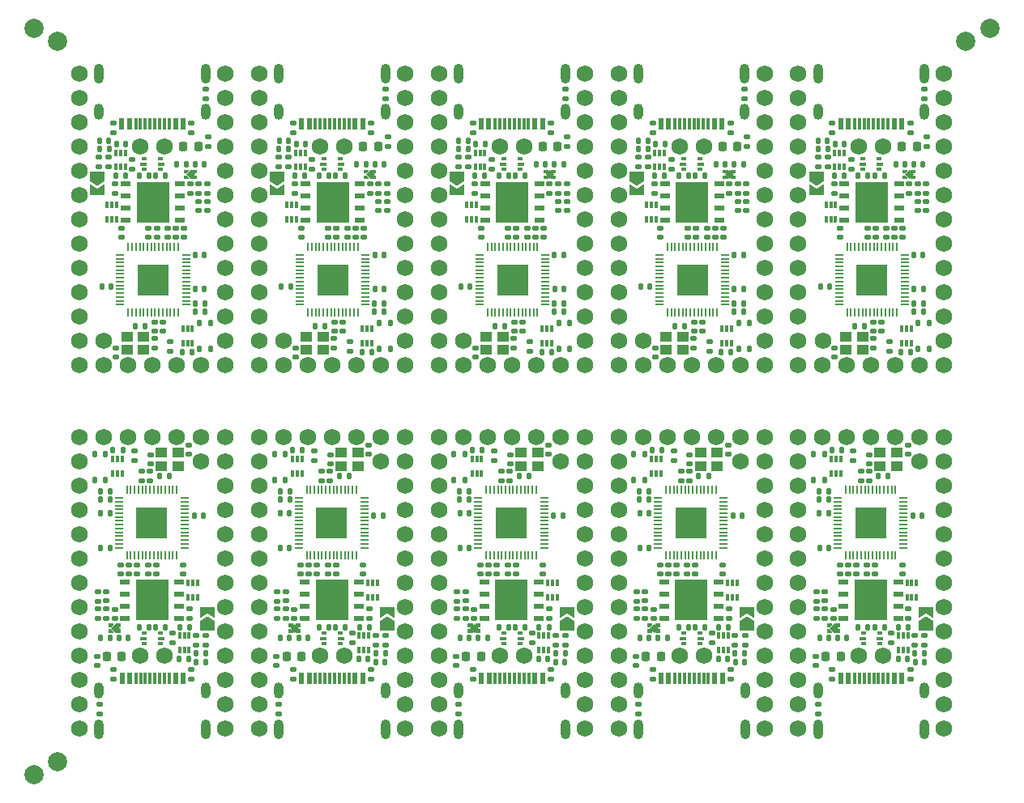
<source format=gbr>
%TF.GenerationSoftware,KiCad,Pcbnew,(6.0.7)*%
%TF.CreationDate,2022-09-17T18:54:00+02:00*%
%TF.ProjectId,panel,70616e65-6c2e-46b6-9963-61645f706362,rev1.0*%
%TF.SameCoordinates,Original*%
%TF.FileFunction,Soldermask,Top*%
%TF.FilePolarity,Negative*%
%FSLAX46Y46*%
G04 Gerber Fmt 4.6, Leading zero omitted, Abs format (unit mm)*
G04 Created by KiCad (PCBNEW (6.0.7)) date 2022-09-17 18:54:00*
%MOMM*%
%LPD*%
G01*
G04 APERTURE LIST*
G04 Aperture macros list*
%AMRoundRect*
0 Rectangle with rounded corners*
0 $1 Rounding radius*
0 $2 $3 $4 $5 $6 $7 $8 $9 X,Y pos of 4 corners*
0 Add a 4 corners polygon primitive as box body*
4,1,4,$2,$3,$4,$5,$6,$7,$8,$9,$2,$3,0*
0 Add four circle primitives for the rounded corners*
1,1,$1+$1,$2,$3*
1,1,$1+$1,$4,$5*
1,1,$1+$1,$6,$7*
1,1,$1+$1,$8,$9*
0 Add four rect primitives between the rounded corners*
20,1,$1+$1,$2,$3,$4,$5,0*
20,1,$1+$1,$4,$5,$6,$7,0*
20,1,$1+$1,$6,$7,$8,$9,0*
20,1,$1+$1,$8,$9,$2,$3,0*%
%AMFreePoly0*
4,1,6,1.000000,0.000000,0.500000,-0.750000,-0.500000,-0.750000,-0.500000,0.750000,0.500000,0.750000,1.000000,0.000000,1.000000,0.000000,$1*%
%AMFreePoly1*
4,1,6,0.500000,-0.750000,-0.650000,-0.750000,-0.150000,0.000000,-0.650000,0.750000,0.500000,0.750000,0.500000,-0.750000,0.500000,-0.750000,$1*%
G04 Aperture macros list end*
%ADD10C,0.010000*%
%ADD11RoundRect,0.140000X-0.140000X-0.170000X0.140000X-0.170000X0.140000X0.170000X-0.140000X0.170000X0*%
%ADD12FreePoly0,90.000000*%
%ADD13FreePoly1,90.000000*%
%ADD14RoundRect,0.050000X-0.387500X-0.050000X0.387500X-0.050000X0.387500X0.050000X-0.387500X0.050000X0*%
%ADD15RoundRect,0.050000X-0.050000X-0.387500X0.050000X-0.387500X0.050000X0.387500X-0.050000X0.387500X0*%
%ADD16R,3.200000X3.200000*%
%ADD17RoundRect,0.137500X-0.137500X0.212500X-0.137500X-0.212500X0.137500X-0.212500X0.137500X0.212500X0*%
%ADD18RoundRect,0.135000X-0.185000X0.135000X-0.185000X-0.135000X0.185000X-0.135000X0.185000X0.135000X0*%
%ADD19RoundRect,0.135000X-0.135000X-0.185000X0.135000X-0.185000X0.135000X0.185000X-0.135000X0.185000X0*%
%ADD20RoundRect,0.140000X0.140000X0.170000X-0.140000X0.170000X-0.140000X-0.170000X0.140000X-0.170000X0*%
%ADD21RoundRect,0.135000X0.185000X-0.135000X0.185000X0.135000X-0.185000X0.135000X-0.185000X-0.135000X0*%
%ADD22R,0.500000X0.375000*%
%ADD23R,0.650000X0.300000*%
%ADD24R,1.150000X1.000000*%
%ADD25R,0.340000X0.700000*%
%ADD26RoundRect,0.140000X0.170000X-0.140000X0.170000X0.140000X-0.170000X0.140000X-0.170000X-0.140000X0*%
%ADD27RoundRect,0.135000X0.135000X0.185000X-0.135000X0.185000X-0.135000X-0.185000X0.135000X-0.185000X0*%
%ADD28RoundRect,0.140000X-0.170000X0.140000X-0.170000X-0.140000X0.170000X-0.140000X0.170000X0.140000X0*%
%ADD29C,1.752600*%
%ADD30RoundRect,0.218750X0.218750X0.256250X-0.218750X0.256250X-0.218750X-0.256250X0.218750X-0.256250X0*%
%ADD31RoundRect,0.026400X0.493600X0.193600X-0.493600X0.193600X-0.493600X-0.193600X0.493600X-0.193600X0*%
%ADD32R,3.400000X4.300000*%
%ADD33RoundRect,0.147500X0.172500X-0.147500X0.172500X0.147500X-0.172500X0.147500X-0.172500X-0.147500X0*%
%ADD34R,0.600000X1.150000*%
%ADD35R,0.300000X1.150000*%
%ADD36O,1.000000X1.700000*%
%ADD37O,1.000000X2.100000*%
%ADD38RoundRect,0.050000X0.387500X0.050000X-0.387500X0.050000X-0.387500X-0.050000X0.387500X-0.050000X0*%
%ADD39RoundRect,0.050000X0.050000X0.387500X-0.050000X0.387500X-0.050000X-0.387500X0.050000X-0.387500X0*%
%ADD40RoundRect,0.218750X-0.218750X-0.256250X0.218750X-0.256250X0.218750X0.256250X-0.218750X0.256250X0*%
%ADD41RoundRect,0.137500X0.137500X-0.212500X0.137500X0.212500X-0.137500X0.212500X-0.137500X-0.212500X0*%
%ADD42C,2.000000*%
%ADD43RoundRect,0.147500X-0.172500X0.147500X-0.172500X-0.147500X0.172500X-0.147500X0.172500X0.147500X0*%
%ADD44RoundRect,0.026400X-0.493600X-0.193600X0.493600X-0.193600X0.493600X0.193600X-0.493600X0.193600X0*%
%ADD45FreePoly0,270.000000*%
%ADD46FreePoly1,270.000000*%
G04 APERTURE END LIST*
%TO.C,U2*%
G36*
X44590000Y-79905000D02*
G01*
X44345000Y-80155000D01*
X44065000Y-80155000D01*
X44065000Y-79775000D01*
X44590000Y-79775000D01*
X44590000Y-79905000D01*
G37*
G36*
X45138143Y-80253143D02*
G01*
X44725000Y-80666286D01*
X44311857Y-80253143D01*
X44725000Y-79840001D01*
X45138143Y-80253143D01*
G37*
D10*
X45138143Y-80253143D02*
X44725000Y-80666286D01*
X44311857Y-80253143D01*
X44725000Y-79840001D01*
X45138143Y-80253143D01*
G36*
X45385000Y-80155000D02*
G01*
X45105000Y-80155000D01*
X44860000Y-79905000D01*
X44860000Y-79775000D01*
X45385000Y-79775000D01*
X45385000Y-80155000D01*
G37*
G36*
X44590000Y-80605000D02*
G01*
X44590000Y-80735000D01*
X44065000Y-80735000D01*
X44065000Y-80355000D01*
X44345000Y-80355000D01*
X44590000Y-80605000D01*
G37*
G36*
X45385000Y-80735000D02*
G01*
X44860000Y-80735000D01*
X44860000Y-80605000D01*
X45105000Y-80355000D01*
X45385000Y-80355000D01*
X45385000Y-80735000D01*
G37*
G36*
X34495000Y-32685000D02*
G01*
X34215000Y-32685000D01*
X33970000Y-32435000D01*
X33970000Y-32305000D01*
X34495000Y-32305000D01*
X34495000Y-32685000D01*
G37*
G36*
X33700000Y-32435000D02*
G01*
X33455000Y-32685000D01*
X33175000Y-32685000D01*
X33175000Y-32305000D01*
X33700000Y-32305000D01*
X33700000Y-32435000D01*
G37*
G36*
X33700000Y-33135000D02*
G01*
X33700000Y-33265000D01*
X33175000Y-33265000D01*
X33175000Y-32885000D01*
X33455000Y-32885000D01*
X33700000Y-33135000D01*
G37*
G36*
X34495000Y-33265000D02*
G01*
X33970000Y-33265000D01*
X33970000Y-33135000D01*
X34215000Y-32885000D01*
X34495000Y-32885000D01*
X34495000Y-33265000D01*
G37*
G36*
X34248143Y-32786857D02*
G01*
X33835000Y-33199999D01*
X33421857Y-32786857D01*
X33835000Y-32373714D01*
X34248143Y-32786857D01*
G37*
X34248143Y-32786857D02*
X33835000Y-33199999D01*
X33421857Y-32786857D01*
X33835000Y-32373714D01*
X34248143Y-32786857D01*
G36*
X101478143Y-80253143D02*
G01*
X101065000Y-80666286D01*
X100651857Y-80253143D01*
X101065000Y-79840001D01*
X101478143Y-80253143D01*
G37*
X101478143Y-80253143D02*
X101065000Y-80666286D01*
X100651857Y-80253143D01*
X101065000Y-79840001D01*
X101478143Y-80253143D01*
G36*
X100930000Y-79905000D02*
G01*
X100685000Y-80155000D01*
X100405000Y-80155000D01*
X100405000Y-79775000D01*
X100930000Y-79775000D01*
X100930000Y-79905000D01*
G37*
G36*
X100930000Y-80605000D02*
G01*
X100930000Y-80735000D01*
X100405000Y-80735000D01*
X100405000Y-80355000D01*
X100685000Y-80355000D01*
X100930000Y-80605000D01*
G37*
G36*
X101725000Y-80735000D02*
G01*
X101200000Y-80735000D01*
X101200000Y-80605000D01*
X101445000Y-80355000D01*
X101725000Y-80355000D01*
X101725000Y-80735000D01*
G37*
G36*
X101725000Y-80155000D02*
G01*
X101445000Y-80155000D01*
X101200000Y-79905000D01*
X101200000Y-79775000D01*
X101725000Y-79775000D01*
X101725000Y-80155000D01*
G37*
G36*
X63370000Y-80605000D02*
G01*
X63370000Y-80735000D01*
X62845000Y-80735000D01*
X62845000Y-80355000D01*
X63125000Y-80355000D01*
X63370000Y-80605000D01*
G37*
G36*
X63370000Y-79905000D02*
G01*
X63125000Y-80155000D01*
X62845000Y-80155000D01*
X62845000Y-79775000D01*
X63370000Y-79775000D01*
X63370000Y-79905000D01*
G37*
G36*
X64165000Y-80155000D02*
G01*
X63885000Y-80155000D01*
X63640000Y-79905000D01*
X63640000Y-79775000D01*
X64165000Y-79775000D01*
X64165000Y-80155000D01*
G37*
G36*
X64165000Y-80735000D02*
G01*
X63640000Y-80735000D01*
X63640000Y-80605000D01*
X63885000Y-80355000D01*
X64165000Y-80355000D01*
X64165000Y-80735000D01*
G37*
G36*
X63918143Y-80253143D02*
G01*
X63505000Y-80666286D01*
X63091857Y-80253143D01*
X63505000Y-79840001D01*
X63918143Y-80253143D01*
G37*
X63918143Y-80253143D02*
X63505000Y-80666286D01*
X63091857Y-80253143D01*
X63505000Y-79840001D01*
X63918143Y-80253143D01*
G36*
X90588143Y-32786857D02*
G01*
X90175000Y-33199999D01*
X89761857Y-32786857D01*
X90175000Y-32373714D01*
X90588143Y-32786857D01*
G37*
X90588143Y-32786857D02*
X90175000Y-33199999D01*
X89761857Y-32786857D01*
X90175000Y-32373714D01*
X90588143Y-32786857D01*
G36*
X90040000Y-32435000D02*
G01*
X89795000Y-32685000D01*
X89515000Y-32685000D01*
X89515000Y-32305000D01*
X90040000Y-32305000D01*
X90040000Y-32435000D01*
G37*
G36*
X90835000Y-32685000D02*
G01*
X90555000Y-32685000D01*
X90310000Y-32435000D01*
X90310000Y-32305000D01*
X90835000Y-32305000D01*
X90835000Y-32685000D01*
G37*
G36*
X90040000Y-33135000D02*
G01*
X90040000Y-33265000D01*
X89515000Y-33265000D01*
X89515000Y-32885000D01*
X89795000Y-32885000D01*
X90040000Y-33135000D01*
G37*
G36*
X90835000Y-33265000D02*
G01*
X90310000Y-33265000D01*
X90310000Y-33135000D01*
X90555000Y-32885000D01*
X90835000Y-32885000D01*
X90835000Y-33265000D01*
G37*
G36*
X25810000Y-79905000D02*
G01*
X25565000Y-80155000D01*
X25285000Y-80155000D01*
X25285000Y-79775000D01*
X25810000Y-79775000D01*
X25810000Y-79905000D01*
G37*
G36*
X26605000Y-80155000D02*
G01*
X26325000Y-80155000D01*
X26080000Y-79905000D01*
X26080000Y-79775000D01*
X26605000Y-79775000D01*
X26605000Y-80155000D01*
G37*
G36*
X26605000Y-80735000D02*
G01*
X26080000Y-80735000D01*
X26080000Y-80605000D01*
X26325000Y-80355000D01*
X26605000Y-80355000D01*
X26605000Y-80735000D01*
G37*
G36*
X26358143Y-80253143D02*
G01*
X25945000Y-80666286D01*
X25531857Y-80253143D01*
X25945000Y-79840001D01*
X26358143Y-80253143D01*
G37*
X26358143Y-80253143D02*
X25945000Y-80666286D01*
X25531857Y-80253143D01*
X25945000Y-79840001D01*
X26358143Y-80253143D01*
G36*
X25810000Y-80605000D02*
G01*
X25810000Y-80735000D01*
X25285000Y-80735000D01*
X25285000Y-80355000D01*
X25565000Y-80355000D01*
X25810000Y-80605000D01*
G37*
G36*
X53275000Y-33265000D02*
G01*
X52750000Y-33265000D01*
X52750000Y-33135000D01*
X52995000Y-32885000D01*
X53275000Y-32885000D01*
X53275000Y-33265000D01*
G37*
G36*
X52480000Y-32435000D02*
G01*
X52235000Y-32685000D01*
X51955000Y-32685000D01*
X51955000Y-32305000D01*
X52480000Y-32305000D01*
X52480000Y-32435000D01*
G37*
G36*
X53028143Y-32786857D02*
G01*
X52615000Y-33199999D01*
X52201857Y-32786857D01*
X52615000Y-32373714D01*
X53028143Y-32786857D01*
G37*
X53028143Y-32786857D02*
X52615000Y-33199999D01*
X52201857Y-32786857D01*
X52615000Y-32373714D01*
X53028143Y-32786857D01*
G36*
X52480000Y-33135000D02*
G01*
X52480000Y-33265000D01*
X51955000Y-33265000D01*
X51955000Y-32885000D01*
X52235000Y-32885000D01*
X52480000Y-33135000D01*
G37*
G36*
X53275000Y-32685000D02*
G01*
X52995000Y-32685000D01*
X52750000Y-32435000D01*
X52750000Y-32305000D01*
X53275000Y-32305000D01*
X53275000Y-32685000D01*
G37*
G36*
X71260000Y-33135000D02*
G01*
X71260000Y-33265000D01*
X70735000Y-33265000D01*
X70735000Y-32885000D01*
X71015000Y-32885000D01*
X71260000Y-33135000D01*
G37*
G36*
X71260000Y-32435000D02*
G01*
X71015000Y-32685000D01*
X70735000Y-32685000D01*
X70735000Y-32305000D01*
X71260000Y-32305000D01*
X71260000Y-32435000D01*
G37*
G36*
X72055000Y-32685000D02*
G01*
X71775000Y-32685000D01*
X71530000Y-32435000D01*
X71530000Y-32305000D01*
X72055000Y-32305000D01*
X72055000Y-32685000D01*
G37*
G36*
X72055000Y-33265000D02*
G01*
X71530000Y-33265000D01*
X71530000Y-33135000D01*
X71775000Y-32885000D01*
X72055000Y-32885000D01*
X72055000Y-33265000D01*
G37*
G36*
X71808143Y-32786857D02*
G01*
X71395000Y-33199999D01*
X70981857Y-32786857D01*
X71395000Y-32373714D01*
X71808143Y-32786857D01*
G37*
X71808143Y-32786857D02*
X71395000Y-33199999D01*
X70981857Y-32786857D01*
X71395000Y-32373714D01*
X71808143Y-32786857D01*
G36*
X109368143Y-32786857D02*
G01*
X108955000Y-33199999D01*
X108541857Y-32786857D01*
X108955000Y-32373714D01*
X109368143Y-32786857D01*
G37*
X109368143Y-32786857D02*
X108955000Y-33199999D01*
X108541857Y-32786857D01*
X108955000Y-32373714D01*
X109368143Y-32786857D01*
G36*
X108820000Y-33135000D02*
G01*
X108820000Y-33265000D01*
X108295000Y-33265000D01*
X108295000Y-32885000D01*
X108575000Y-32885000D01*
X108820000Y-33135000D01*
G37*
G36*
X109615000Y-33265000D02*
G01*
X109090000Y-33265000D01*
X109090000Y-33135000D01*
X109335000Y-32885000D01*
X109615000Y-32885000D01*
X109615000Y-33265000D01*
G37*
G36*
X108820000Y-32435000D02*
G01*
X108575000Y-32685000D01*
X108295000Y-32685000D01*
X108295000Y-32305000D01*
X108820000Y-32305000D01*
X108820000Y-32435000D01*
G37*
G36*
X109615000Y-32685000D02*
G01*
X109335000Y-32685000D01*
X109090000Y-32435000D01*
X109090000Y-32305000D01*
X109615000Y-32305000D01*
X109615000Y-32685000D01*
G37*
G36*
X82698143Y-80253143D02*
G01*
X82285000Y-80666286D01*
X81871857Y-80253143D01*
X82285000Y-79840001D01*
X82698143Y-80253143D01*
G37*
X82698143Y-80253143D02*
X82285000Y-80666286D01*
X81871857Y-80253143D01*
X82285000Y-79840001D01*
X82698143Y-80253143D01*
G36*
X82150000Y-79905000D02*
G01*
X81905000Y-80155000D01*
X81625000Y-80155000D01*
X81625000Y-79775000D01*
X82150000Y-79775000D01*
X82150000Y-79905000D01*
G37*
G36*
X82150000Y-80605000D02*
G01*
X82150000Y-80735000D01*
X81625000Y-80735000D01*
X81625000Y-80355000D01*
X81905000Y-80355000D01*
X82150000Y-80605000D01*
G37*
G36*
X82945000Y-80735000D02*
G01*
X82420000Y-80735000D01*
X82420000Y-80605000D01*
X82665000Y-80355000D01*
X82945000Y-80355000D01*
X82945000Y-80735000D01*
G37*
G36*
X82945000Y-80155000D02*
G01*
X82665000Y-80155000D01*
X82420000Y-79905000D01*
X82420000Y-79775000D01*
X82945000Y-79775000D01*
X82945000Y-80155000D01*
G37*
%TD*%
D11*
%TO.C,C1*%
X72025000Y-83780000D03*
X72985000Y-83780000D03*
%TD*%
D12*
%TO.C,JP1*%
X91975000Y-80025000D03*
D13*
X91975000Y-78575000D03*
%TD*%
D14*
%TO.C,U4*%
X101642500Y-41210000D03*
X101642500Y-41610000D03*
X101642500Y-42010000D03*
X101642500Y-42410000D03*
X101642500Y-42810000D03*
X101642500Y-43210000D03*
X101642500Y-43610000D03*
X101642500Y-44010000D03*
X101642500Y-44410000D03*
X101642500Y-44810000D03*
X101642500Y-45210000D03*
X101642500Y-45610000D03*
X101642500Y-46010000D03*
X101642500Y-46410000D03*
D15*
X102480000Y-47247500D03*
X102880000Y-47247500D03*
X103280000Y-47247500D03*
X103680000Y-47247500D03*
X104080000Y-47247500D03*
X104480000Y-47247500D03*
X104880000Y-47247500D03*
X105280000Y-47247500D03*
X105680000Y-47247500D03*
X106080000Y-47247500D03*
X106480000Y-47247500D03*
X106880000Y-47247500D03*
X107280000Y-47247500D03*
X107680000Y-47247500D03*
D14*
X108517500Y-46410000D03*
X108517500Y-46010000D03*
X108517500Y-45610000D03*
X108517500Y-45210000D03*
X108517500Y-44810000D03*
X108517500Y-44410000D03*
X108517500Y-44010000D03*
X108517500Y-43610000D03*
X108517500Y-43210000D03*
X108517500Y-42810000D03*
X108517500Y-42410000D03*
X108517500Y-42010000D03*
X108517500Y-41610000D03*
X108517500Y-41210000D03*
D15*
X107680000Y-40372500D03*
X107280000Y-40372500D03*
X106880000Y-40372500D03*
X106480000Y-40372500D03*
X106080000Y-40372500D03*
X105680000Y-40372500D03*
X105280000Y-40372500D03*
X104880000Y-40372500D03*
X104480000Y-40372500D03*
X104080000Y-40372500D03*
X103680000Y-40372500D03*
X103280000Y-40372500D03*
X102880000Y-40372500D03*
X102480000Y-40372500D03*
D16*
X105080000Y-43810000D03*
%TD*%
D17*
%TO.C,SW1*%
X92280000Y-51010000D03*
X92280000Y-48310000D03*
X91130000Y-51010000D03*
X91130000Y-48310000D03*
%TD*%
D18*
%TO.C,R11*%
X108890000Y-78220000D03*
X108890000Y-79240000D03*
%TD*%
D19*
%TO.C,R16*%
X80775000Y-66780000D03*
X81795000Y-66780000D03*
%TD*%
D20*
%TO.C,C12*%
X81765000Y-68230000D03*
X80805000Y-68230000D03*
%TD*%
D21*
%TO.C,R11*%
X26010000Y-34820000D03*
X26010000Y-33800000D03*
%TD*%
D22*
%TO.C,U1*%
X105865000Y-81867500D03*
D23*
X105940000Y-81330000D03*
D22*
X105865000Y-80792500D03*
X104165000Y-80792500D03*
D23*
X104090000Y-81330000D03*
D22*
X104165000Y-81867500D03*
%TD*%
D24*
%TO.C,Y1*%
X45990000Y-51160000D03*
X47740000Y-51160000D03*
X47740000Y-49760000D03*
X45990000Y-49760000D03*
%TD*%
D25*
%TO.C,U5*%
X25160000Y-37510000D03*
X25660000Y-37510000D03*
X26160000Y-37510000D03*
X26160000Y-36010000D03*
X25660000Y-36010000D03*
X25160000Y-36010000D03*
%TD*%
D11*
%TO.C,C4*%
X90685000Y-31770000D03*
X91645000Y-31770000D03*
%TD*%
D26*
%TO.C,C11*%
X85985000Y-64810000D03*
X85985000Y-63850000D03*
%TD*%
%TO.C,C6*%
X25945000Y-79230000D03*
X25945000Y-78270000D03*
%TD*%
D18*
%TO.C,R4*%
X72005000Y-81045000D03*
X72005000Y-82065000D03*
%TD*%
%TO.C,R11*%
X33770000Y-78220000D03*
X33770000Y-79240000D03*
%TD*%
D11*
%TO.C,C1*%
X34465000Y-83780000D03*
X35425000Y-83780000D03*
%TD*%
D27*
%TO.C,R16*%
X54125000Y-46260000D03*
X53105000Y-46260000D03*
%TD*%
%TO.C,R5*%
X25345000Y-30135000D03*
X24325000Y-30135000D03*
%TD*%
D18*
%TO.C,R11*%
X90110000Y-78220000D03*
X90110000Y-79240000D03*
%TD*%
D11*
%TO.C,C12*%
X53135000Y-44810000D03*
X54095000Y-44810000D03*
%TD*%
D20*
%TO.C,C2*%
X33650000Y-83455000D03*
X32690000Y-83455000D03*
%TD*%
D28*
%TO.C,C3*%
X99205000Y-83190000D03*
X99205000Y-84150000D03*
%TD*%
D27*
%TO.C,R17*%
X63015000Y-65905000D03*
X61995000Y-65905000D03*
%TD*%
D21*
%TO.C,R2*%
X27785000Y-32270000D03*
X27785000Y-31250000D03*
%TD*%
D26*
%TO.C,C14*%
X30335000Y-39390000D03*
X30335000Y-38430000D03*
%TD*%
D29*
%TO.C,J2*%
X56290000Y-90770000D03*
X56290000Y-88230000D03*
X56290000Y-85690000D03*
X56290000Y-83150000D03*
X56290000Y-80610000D03*
X56290000Y-78070000D03*
X56290000Y-75530000D03*
X56290000Y-72990000D03*
X56290000Y-70450000D03*
X56290000Y-67910000D03*
X56290000Y-65370000D03*
X56290000Y-62830000D03*
X56290000Y-60290000D03*
X53750000Y-60290000D03*
X51210000Y-60290000D03*
X48670000Y-60290000D03*
X46130000Y-60290000D03*
X43590000Y-60290000D03*
X41050000Y-60290000D03*
X41050000Y-62830000D03*
X41050000Y-65370000D03*
X41050000Y-67910000D03*
X41050000Y-70450000D03*
X41050000Y-72990000D03*
X41050000Y-75530000D03*
X41050000Y-78070000D03*
X41050000Y-80610000D03*
X41050000Y-83150000D03*
X41050000Y-85690000D03*
X41050000Y-88230000D03*
X41050000Y-90770000D03*
X53745000Y-62830000D03*
X47400000Y-83150000D03*
X49940000Y-83150000D03*
%TD*%
D27*
%TO.C,R17*%
X25455000Y-65905000D03*
X24435000Y-65905000D03*
%TD*%
D26*
%TO.C,C3*%
X73255000Y-29850000D03*
X73255000Y-28890000D03*
%TD*%
D17*
%TO.C,SW1*%
X35940000Y-51010000D03*
X35940000Y-48310000D03*
X34790000Y-48310000D03*
X34790000Y-51010000D03*
%TD*%
D27*
%TO.C,R14*%
X50435000Y-64330000D03*
X49415000Y-64330000D03*
%TD*%
D18*
%TO.C,R3*%
X65580000Y-61720000D03*
X65580000Y-62740000D03*
%TD*%
D19*
%TO.C,R1*%
X89340000Y-51385000D03*
X90360000Y-51385000D03*
%TD*%
%TO.C,R9*%
X44805000Y-32890000D03*
X45825000Y-32890000D03*
%TD*%
D26*
%TO.C,C9*%
X102565000Y-74610000D03*
X102565000Y-73650000D03*
%TD*%
%TO.C,C7*%
X30085000Y-50940000D03*
X30085000Y-49980000D03*
%TD*%
D25*
%TO.C,U5*%
X90960000Y-75530000D03*
X90460000Y-75530000D03*
X89960000Y-75530000D03*
X89960000Y-77030000D03*
X90460000Y-77030000D03*
X90960000Y-77030000D03*
%TD*%
D19*
%TO.C,R12*%
X47305000Y-32890000D03*
X48325000Y-32890000D03*
%TD*%
D21*
%TO.C,R8*%
X90295000Y-85590000D03*
X90295000Y-84570000D03*
%TD*%
D18*
%TO.C,FB1*%
X43105000Y-88190000D03*
X43105000Y-89210000D03*
%TD*%
D21*
%TO.C,R10*%
X110745000Y-34797500D03*
X110745000Y-33777500D03*
%TD*%
D30*
%TO.C,F1*%
X101802500Y-83180000D03*
X100227500Y-83180000D03*
%TD*%
D21*
%TO.C,R6*%
X73030000Y-82065000D03*
X73030000Y-81045000D03*
%TD*%
D26*
%TO.C,C17*%
X29485000Y-39390000D03*
X29485000Y-38430000D03*
%TD*%
D19*
%TO.C,R1*%
X108120000Y-51385000D03*
X109140000Y-51385000D03*
%TD*%
D25*
%TO.C,Q1*%
X34060000Y-48960000D03*
X33560000Y-48960000D03*
X33060000Y-48960000D03*
X33060000Y-50460000D03*
X33560000Y-50460000D03*
X34060000Y-50460000D03*
%TD*%
D31*
%TO.C,U3*%
X107810000Y-79235000D03*
X107810000Y-77965000D03*
X107810000Y-76695000D03*
X107810000Y-75425000D03*
X102120000Y-75425000D03*
X102120000Y-76695000D03*
X102120000Y-77965000D03*
X102120000Y-79235000D03*
D32*
X104965000Y-77330000D03*
%TD*%
D27*
%TO.C,R13*%
X106375000Y-32890000D03*
X105355000Y-32890000D03*
%TD*%
D25*
%TO.C,U5*%
X81500000Y-37510000D03*
X82000000Y-37510000D03*
X82500000Y-37510000D03*
X82500000Y-36010000D03*
X82000000Y-36010000D03*
X81500000Y-36010000D03*
%TD*%
D11*
%TO.C,C12*%
X71915000Y-44810000D03*
X72875000Y-44810000D03*
%TD*%
D28*
%TO.C,C8*%
X71275000Y-61110000D03*
X71275000Y-62070000D03*
%TD*%
D26*
%TO.C,C6*%
X63505000Y-79230000D03*
X63505000Y-78270000D03*
%TD*%
D19*
%TO.C,R5*%
X71995000Y-82905000D03*
X73015000Y-82905000D03*
%TD*%
D26*
%TO.C,C3*%
X35695000Y-29850000D03*
X35695000Y-28890000D03*
%TD*%
%TO.C,C9*%
X83785000Y-74610000D03*
X83785000Y-73650000D03*
%TD*%
%TO.C,C10*%
X65855000Y-74610000D03*
X65855000Y-73650000D03*
%TD*%
%TO.C,C18*%
X89525000Y-39390000D03*
X89525000Y-38430000D03*
%TD*%
D33*
%TO.C,D1*%
X99275000Y-77417500D03*
X99275000Y-76447500D03*
%TD*%
D27*
%TO.C,R9*%
X33755000Y-80150000D03*
X32735000Y-80150000D03*
%TD*%
%TO.C,R12*%
X50035000Y-80150000D03*
X49015000Y-80150000D03*
%TD*%
D29*
%TO.C,J2*%
X93850000Y-90770000D03*
X93850000Y-88230000D03*
X93850000Y-85690000D03*
X93850000Y-83150000D03*
X93850000Y-80610000D03*
X93850000Y-78070000D03*
X93850000Y-75530000D03*
X93850000Y-72990000D03*
X93850000Y-70450000D03*
X93850000Y-67910000D03*
X93850000Y-65370000D03*
X93850000Y-62830000D03*
X93850000Y-60290000D03*
X91310000Y-60290000D03*
X88770000Y-60290000D03*
X86230000Y-60290000D03*
X83690000Y-60290000D03*
X81150000Y-60290000D03*
X78610000Y-60290000D03*
X78610000Y-62830000D03*
X78610000Y-65370000D03*
X78610000Y-67910000D03*
X78610000Y-70450000D03*
X78610000Y-72990000D03*
X78610000Y-75530000D03*
X78610000Y-78070000D03*
X78610000Y-80610000D03*
X78610000Y-83150000D03*
X78610000Y-85690000D03*
X78610000Y-88230000D03*
X78610000Y-90770000D03*
X91305000Y-62830000D03*
X84960000Y-83150000D03*
X87500000Y-83150000D03*
%TD*%
D26*
%TO.C,C16*%
X45435000Y-39400000D03*
X45435000Y-38440000D03*
%TD*%
D21*
%TO.C,R11*%
X44790000Y-34820000D03*
X44790000Y-33800000D03*
%TD*%
D18*
%TO.C,R11*%
X71330000Y-78220000D03*
X71330000Y-79240000D03*
%TD*%
%TO.C,R2*%
X50775000Y-80770000D03*
X50775000Y-81790000D03*
%TD*%
%TO.C,FB1*%
X99445000Y-88190000D03*
X99445000Y-89210000D03*
%TD*%
D34*
%TO.C,J1*%
X70645000Y-27537500D03*
X69845000Y-27537500D03*
D35*
X68695000Y-27537500D03*
X67695000Y-27537500D03*
X67195000Y-27537500D03*
X66195000Y-27537500D03*
D34*
X65045000Y-27537500D03*
X64245000Y-27537500D03*
X64245000Y-27537500D03*
X65045000Y-27537500D03*
D35*
X65695000Y-27537500D03*
X66695000Y-27537500D03*
X68195000Y-27537500D03*
X69195000Y-27537500D03*
D34*
X69845000Y-27537500D03*
X70645000Y-27537500D03*
D36*
X73020000Y-26237500D03*
X61870000Y-26237500D03*
D37*
X61870000Y-22237500D03*
X73020000Y-22237500D03*
%TD*%
D27*
%TO.C,R9*%
X108875000Y-80150000D03*
X107855000Y-80150000D03*
%TD*%
D28*
%TO.C,C18*%
X26595000Y-73650000D03*
X26595000Y-74610000D03*
%TD*%
D22*
%TO.C,U1*%
X66595000Y-31172500D03*
D23*
X66520000Y-31710000D03*
D22*
X66595000Y-32247500D03*
X68295000Y-32247500D03*
D23*
X68370000Y-31710000D03*
D22*
X68295000Y-31172500D03*
%TD*%
D27*
%TO.C,R12*%
X68815000Y-80150000D03*
X67795000Y-80150000D03*
%TD*%
D19*
%TO.C,R12*%
X103645000Y-32890000D03*
X104665000Y-32890000D03*
%TD*%
D20*
%TO.C,C4*%
X81775000Y-81270000D03*
X80815000Y-81270000D03*
%TD*%
D19*
%TO.C,R13*%
X103645000Y-80150000D03*
X104665000Y-80150000D03*
%TD*%
D38*
%TO.C,U4*%
X108377500Y-71830000D03*
X108377500Y-71430000D03*
X108377500Y-71030000D03*
X108377500Y-70630000D03*
X108377500Y-70230000D03*
X108377500Y-69830000D03*
X108377500Y-69430000D03*
X108377500Y-69030000D03*
X108377500Y-68630000D03*
X108377500Y-68230000D03*
X108377500Y-67830000D03*
X108377500Y-67430000D03*
X108377500Y-67030000D03*
X108377500Y-66630000D03*
D39*
X107540000Y-65792500D03*
X107140000Y-65792500D03*
X106740000Y-65792500D03*
X106340000Y-65792500D03*
X105940000Y-65792500D03*
X105540000Y-65792500D03*
X105140000Y-65792500D03*
X104740000Y-65792500D03*
X104340000Y-65792500D03*
X103940000Y-65792500D03*
X103540000Y-65792500D03*
X103140000Y-65792500D03*
X102740000Y-65792500D03*
X102340000Y-65792500D03*
D38*
X101502500Y-66630000D03*
X101502500Y-67030000D03*
X101502500Y-67430000D03*
X101502500Y-67830000D03*
X101502500Y-68230000D03*
X101502500Y-68630000D03*
X101502500Y-69030000D03*
X101502500Y-69430000D03*
X101502500Y-69830000D03*
X101502500Y-70230000D03*
X101502500Y-70630000D03*
X101502500Y-71030000D03*
X101502500Y-71430000D03*
X101502500Y-71830000D03*
D39*
X102340000Y-72667500D03*
X102740000Y-72667500D03*
X103140000Y-72667500D03*
X103540000Y-72667500D03*
X103940000Y-72667500D03*
X104340000Y-72667500D03*
X104740000Y-72667500D03*
X105140000Y-72667500D03*
X105540000Y-72667500D03*
X105940000Y-72667500D03*
X106340000Y-72667500D03*
X106740000Y-72667500D03*
X107140000Y-72667500D03*
X107540000Y-72667500D03*
D16*
X104940000Y-69230000D03*
%TD*%
D20*
%TO.C,C13*%
X100555000Y-71830000D03*
X99595000Y-71830000D03*
%TD*%
D21*
%TO.C,R11*%
X101130000Y-34820000D03*
X101130000Y-33800000D03*
%TD*%
%TO.C,R8*%
X109075000Y-85590000D03*
X109075000Y-84570000D03*
%TD*%
D26*
%TO.C,C9*%
X27445000Y-74610000D03*
X27445000Y-73650000D03*
%TD*%
D21*
%TO.C,R8*%
X71515000Y-85590000D03*
X71515000Y-84570000D03*
%TD*%
D20*
%TO.C,C1*%
X100435000Y-29260000D03*
X99475000Y-29260000D03*
%TD*%
D11*
%TO.C,C4*%
X71905000Y-31770000D03*
X72865000Y-31770000D03*
%TD*%
D38*
%TO.C,U4*%
X70817500Y-71830000D03*
X70817500Y-71430000D03*
X70817500Y-71030000D03*
X70817500Y-70630000D03*
X70817500Y-70230000D03*
X70817500Y-69830000D03*
X70817500Y-69430000D03*
X70817500Y-69030000D03*
X70817500Y-68630000D03*
X70817500Y-68230000D03*
X70817500Y-67830000D03*
X70817500Y-67430000D03*
X70817500Y-67030000D03*
X70817500Y-66630000D03*
D39*
X69980000Y-65792500D03*
X69580000Y-65792500D03*
X69180000Y-65792500D03*
X68780000Y-65792500D03*
X68380000Y-65792500D03*
X67980000Y-65792500D03*
X67580000Y-65792500D03*
X67180000Y-65792500D03*
X66780000Y-65792500D03*
X66380000Y-65792500D03*
X65980000Y-65792500D03*
X65580000Y-65792500D03*
X65180000Y-65792500D03*
X64780000Y-65792500D03*
D38*
X63942500Y-66630000D03*
X63942500Y-67030000D03*
X63942500Y-67430000D03*
X63942500Y-67830000D03*
X63942500Y-68230000D03*
X63942500Y-68630000D03*
X63942500Y-69030000D03*
X63942500Y-69430000D03*
X63942500Y-69830000D03*
X63942500Y-70230000D03*
X63942500Y-70630000D03*
X63942500Y-71030000D03*
X63942500Y-71430000D03*
X63942500Y-71830000D03*
D39*
X64780000Y-72667500D03*
X65180000Y-72667500D03*
X65580000Y-72667500D03*
X65980000Y-72667500D03*
X66380000Y-72667500D03*
X66780000Y-72667500D03*
X67180000Y-72667500D03*
X67580000Y-72667500D03*
X67980000Y-72667500D03*
X68380000Y-72667500D03*
X68780000Y-72667500D03*
X69180000Y-72667500D03*
X69580000Y-72667500D03*
X69980000Y-72667500D03*
D16*
X67380000Y-69230000D03*
%TD*%
D21*
%TO.C,R3*%
X69320000Y-51320000D03*
X69320000Y-50300000D03*
%TD*%
%TO.C,R6*%
X91810000Y-82065000D03*
X91810000Y-81045000D03*
%TD*%
D26*
%TO.C,C17*%
X67045000Y-39390000D03*
X67045000Y-38430000D03*
%TD*%
D34*
%TO.C,J1*%
X101815000Y-85502500D03*
X102615000Y-85502500D03*
D35*
X103765000Y-85502500D03*
X104765000Y-85502500D03*
X105265000Y-85502500D03*
X106265000Y-85502500D03*
D34*
X107415000Y-85502500D03*
X108215000Y-85502500D03*
X108215000Y-85502500D03*
X107415000Y-85502500D03*
D35*
X106765000Y-85502500D03*
X105765000Y-85502500D03*
X104265000Y-85502500D03*
X103265000Y-85502500D03*
D34*
X102615000Y-85502500D03*
X101815000Y-85502500D03*
D36*
X99440000Y-86802500D03*
X110590000Y-86802500D03*
D37*
X110590000Y-90802500D03*
X99440000Y-90802500D03*
%TD*%
D18*
%TO.C,R15*%
X43825000Y-78242500D03*
X43825000Y-79262500D03*
%TD*%
D24*
%TO.C,Y1*%
X27210000Y-51160000D03*
X28960000Y-51160000D03*
X28960000Y-49760000D03*
X27210000Y-49760000D03*
%TD*%
D19*
%TO.C,R16*%
X24435000Y-66780000D03*
X25455000Y-66780000D03*
%TD*%
D40*
%TO.C,F1*%
X51877500Y-29860000D03*
X53452500Y-29860000D03*
%TD*%
D18*
%TO.C,R15*%
X81385000Y-78242500D03*
X81385000Y-79262500D03*
%TD*%
%TO.C,R6*%
X99430000Y-30975000D03*
X99430000Y-31995000D03*
%TD*%
D27*
%TO.C,R9*%
X52535000Y-80150000D03*
X51515000Y-80150000D03*
%TD*%
D26*
%TO.C,C6*%
X101065000Y-79230000D03*
X101065000Y-78270000D03*
%TD*%
D27*
%TO.C,R14*%
X31655000Y-64330000D03*
X30635000Y-64330000D03*
%TD*%
D29*
%TO.C,J2*%
X112630000Y-90770000D03*
X112630000Y-88230000D03*
X112630000Y-85690000D03*
X112630000Y-83150000D03*
X112630000Y-80610000D03*
X112630000Y-78070000D03*
X112630000Y-75530000D03*
X112630000Y-72990000D03*
X112630000Y-70450000D03*
X112630000Y-67910000D03*
X112630000Y-65370000D03*
X112630000Y-62830000D03*
X112630000Y-60290000D03*
X110090000Y-60290000D03*
X107550000Y-60290000D03*
X105010000Y-60290000D03*
X102470000Y-60290000D03*
X99930000Y-60290000D03*
X97390000Y-60290000D03*
X97390000Y-62830000D03*
X97390000Y-65370000D03*
X97390000Y-67910000D03*
X97390000Y-70450000D03*
X97390000Y-72990000D03*
X97390000Y-75530000D03*
X97390000Y-78070000D03*
X97390000Y-80610000D03*
X97390000Y-83150000D03*
X97390000Y-85690000D03*
X97390000Y-88230000D03*
X97390000Y-90770000D03*
X110085000Y-62830000D03*
X103740000Y-83150000D03*
X106280000Y-83150000D03*
%TD*%
D41*
%TO.C,SW1*%
X42620000Y-62030000D03*
X42620000Y-64730000D03*
X43770000Y-64730000D03*
X43770000Y-62030000D03*
%TD*%
D25*
%TO.C,U5*%
X34620000Y-75530000D03*
X34120000Y-75530000D03*
X33620000Y-75530000D03*
X33620000Y-77030000D03*
X34120000Y-77030000D03*
X34620000Y-77030000D03*
%TD*%
D28*
%TO.C,C18*%
X82935000Y-73650000D03*
X82935000Y-74610000D03*
%TD*%
D29*
%TO.C,J2*%
X78610000Y-22270000D03*
X78610000Y-24810000D03*
X78610000Y-27350000D03*
X78610000Y-29890000D03*
X78610000Y-32430000D03*
X78610000Y-34970000D03*
X78610000Y-37510000D03*
X78610000Y-40050000D03*
X78610000Y-42590000D03*
X78610000Y-45130000D03*
X78610000Y-47670000D03*
X78610000Y-50210000D03*
X78610000Y-52750000D03*
X81150000Y-52750000D03*
X83690000Y-52750000D03*
X86230000Y-52750000D03*
X88770000Y-52750000D03*
X91310000Y-52750000D03*
X93850000Y-52750000D03*
X93850000Y-50210000D03*
X93850000Y-47670000D03*
X93850000Y-45130000D03*
X93850000Y-42590000D03*
X93850000Y-40050000D03*
X93850000Y-37510000D03*
X93850000Y-34970000D03*
X93850000Y-32430000D03*
X93850000Y-29890000D03*
X93850000Y-27350000D03*
X93850000Y-24810000D03*
X93850000Y-22270000D03*
X81155000Y-50210000D03*
X87500000Y-29890000D03*
X84960000Y-29890000D03*
%TD*%
D26*
%TO.C,C19*%
X66355000Y-64810000D03*
X66355000Y-63850000D03*
%TD*%
D27*
%TO.C,R13*%
X68815000Y-32890000D03*
X67795000Y-32890000D03*
%TD*%
D24*
%TO.C,Y1*%
X102330000Y-51160000D03*
X104080000Y-51160000D03*
X104080000Y-49760000D03*
X102330000Y-49760000D03*
%TD*%
D26*
%TO.C,C18*%
X70745000Y-39390000D03*
X70745000Y-38430000D03*
%TD*%
%TO.C,C6*%
X82285000Y-79230000D03*
X82285000Y-78270000D03*
%TD*%
D18*
%TO.C,R8*%
X100945000Y-27450000D03*
X100945000Y-28470000D03*
%TD*%
D20*
%TO.C,C1*%
X25315000Y-29260000D03*
X24355000Y-29260000D03*
%TD*%
D11*
%TO.C,C2*%
X63690000Y-29585000D03*
X64650000Y-29585000D03*
%TD*%
D22*
%TO.C,U1*%
X30745000Y-81867500D03*
D23*
X30820000Y-81330000D03*
D22*
X30745000Y-80792500D03*
X29045000Y-80792500D03*
D23*
X28970000Y-81330000D03*
D22*
X29045000Y-81867500D03*
%TD*%
D28*
%TO.C,C18*%
X101715000Y-73650000D03*
X101715000Y-74610000D03*
%TD*%
D24*
%TO.C,Y1*%
X51350000Y-61880000D03*
X49600000Y-61880000D03*
X49600000Y-63280000D03*
X51350000Y-63280000D03*
%TD*%
D38*
%TO.C,U4*%
X89597500Y-71830000D03*
X89597500Y-71430000D03*
X89597500Y-71030000D03*
X89597500Y-70630000D03*
X89597500Y-70230000D03*
X89597500Y-69830000D03*
X89597500Y-69430000D03*
X89597500Y-69030000D03*
X89597500Y-68630000D03*
X89597500Y-68230000D03*
X89597500Y-67830000D03*
X89597500Y-67430000D03*
X89597500Y-67030000D03*
X89597500Y-66630000D03*
D39*
X88760000Y-65792500D03*
X88360000Y-65792500D03*
X87960000Y-65792500D03*
X87560000Y-65792500D03*
X87160000Y-65792500D03*
X86760000Y-65792500D03*
X86360000Y-65792500D03*
X85960000Y-65792500D03*
X85560000Y-65792500D03*
X85160000Y-65792500D03*
X84760000Y-65792500D03*
X84360000Y-65792500D03*
X83960000Y-65792500D03*
X83560000Y-65792500D03*
D38*
X82722500Y-66630000D03*
X82722500Y-67030000D03*
X82722500Y-67430000D03*
X82722500Y-67830000D03*
X82722500Y-68230000D03*
X82722500Y-68630000D03*
X82722500Y-69030000D03*
X82722500Y-69430000D03*
X82722500Y-69830000D03*
X82722500Y-70230000D03*
X82722500Y-70630000D03*
X82722500Y-71030000D03*
X82722500Y-71430000D03*
X82722500Y-71830000D03*
D39*
X83560000Y-72667500D03*
X83960000Y-72667500D03*
X84360000Y-72667500D03*
X84760000Y-72667500D03*
X85160000Y-72667500D03*
X85560000Y-72667500D03*
X85960000Y-72667500D03*
X86360000Y-72667500D03*
X86760000Y-72667500D03*
X87160000Y-72667500D03*
X87560000Y-72667500D03*
X87960000Y-72667500D03*
X88360000Y-72667500D03*
X88760000Y-72667500D03*
D16*
X86160000Y-69230000D03*
%TD*%
D28*
%TO.C,C6*%
X90175000Y-33810000D03*
X90175000Y-34770000D03*
%TD*%
%TO.C,C8*%
X33715000Y-61110000D03*
X33715000Y-62070000D03*
%TD*%
D26*
%TO.C,C8*%
X82405000Y-51930000D03*
X82405000Y-50970000D03*
%TD*%
D22*
%TO.C,U1*%
X85375000Y-31172500D03*
D23*
X85300000Y-31710000D03*
D22*
X85375000Y-32247500D03*
X87075000Y-32247500D03*
D23*
X87150000Y-31710000D03*
D22*
X87075000Y-31172500D03*
%TD*%
D28*
%TO.C,C11*%
X105255000Y-48230000D03*
X105255000Y-49190000D03*
%TD*%
%TO.C,C11*%
X48915000Y-48230000D03*
X48915000Y-49190000D03*
%TD*%
D19*
%TO.C,R14*%
X65685000Y-48710000D03*
X66705000Y-48710000D03*
%TD*%
D28*
%TO.C,C17*%
X49075000Y-73650000D03*
X49075000Y-74610000D03*
%TD*%
D21*
%TO.C,FB1*%
X35455000Y-24850000D03*
X35455000Y-23830000D03*
%TD*%
D11*
%TO.C,C13*%
X34345000Y-41210000D03*
X35305000Y-41210000D03*
%TD*%
D28*
%TO.C,C9*%
X88675000Y-38430000D03*
X88675000Y-39390000D03*
%TD*%
D21*
%TO.C,R2*%
X102905000Y-32270000D03*
X102905000Y-31250000D03*
%TD*%
D28*
%TO.C,C10*%
X69045000Y-38430000D03*
X69045000Y-39390000D03*
%TD*%
D18*
%TO.C,R2*%
X31995000Y-80770000D03*
X31995000Y-81790000D03*
%TD*%
D25*
%TO.C,U5*%
X72180000Y-75530000D03*
X71680000Y-75530000D03*
X71180000Y-75530000D03*
X71180000Y-77030000D03*
X71680000Y-77030000D03*
X72180000Y-77030000D03*
%TD*%
D18*
%TO.C,R4*%
X109565000Y-81045000D03*
X109565000Y-82065000D03*
%TD*%
D11*
%TO.C,C5*%
X101495000Y-81270000D03*
X102455000Y-81270000D03*
%TD*%
D21*
%TO.C,R7*%
X63385000Y-85590000D03*
X63385000Y-84570000D03*
%TD*%
%TO.C,R4*%
X25335000Y-31995000D03*
X25335000Y-30975000D03*
%TD*%
D42*
%TO.C,REF\u002A\u002A*%
X20000000Y-18850000D03*
%TD*%
D19*
%TO.C,R12*%
X66085000Y-32890000D03*
X67105000Y-32890000D03*
%TD*%
D20*
%TO.C,C15*%
X44320000Y-44535000D03*
X43360000Y-44535000D03*
%TD*%
D18*
%TO.C,FB1*%
X61885000Y-88190000D03*
X61885000Y-89210000D03*
%TD*%
D11*
%TO.C,C15*%
X34240000Y-68505000D03*
X35200000Y-68505000D03*
%TD*%
D26*
%TO.C,C6*%
X44725000Y-79230000D03*
X44725000Y-78270000D03*
%TD*%
D17*
%TO.C,SW1*%
X111060000Y-48310000D03*
X111060000Y-51010000D03*
X109910000Y-51010000D03*
X109910000Y-48310000D03*
%TD*%
D26*
%TO.C,C3*%
X54475000Y-29850000D03*
X54475000Y-28890000D03*
%TD*%
D28*
%TO.C,C6*%
X108955000Y-33810000D03*
X108955000Y-34770000D03*
%TD*%
%TO.C,C16*%
X33125000Y-73640000D03*
X33125000Y-74600000D03*
%TD*%
%TO.C,C19*%
X87325000Y-48230000D03*
X87325000Y-49190000D03*
%TD*%
D21*
%TO.C,R4*%
X62895000Y-31995000D03*
X62895000Y-30975000D03*
%TD*%
D19*
%TO.C,R17*%
X34325000Y-47135000D03*
X35345000Y-47135000D03*
%TD*%
D26*
%TO.C,C14*%
X86675000Y-39390000D03*
X86675000Y-38430000D03*
%TD*%
D21*
%TO.C,FB1*%
X73015000Y-24850000D03*
X73015000Y-23830000D03*
%TD*%
D20*
%TO.C,C2*%
X89990000Y-83455000D03*
X89030000Y-83455000D03*
%TD*%
D18*
%TO.C,R15*%
X100165000Y-78242500D03*
X100165000Y-79262500D03*
%TD*%
D26*
%TO.C,C3*%
X92035000Y-29850000D03*
X92035000Y-28890000D03*
%TD*%
%TO.C,C18*%
X33185000Y-39390000D03*
X33185000Y-38430000D03*
%TD*%
D25*
%TO.C,U5*%
X100280000Y-37510000D03*
X100780000Y-37510000D03*
X101280000Y-37510000D03*
X101280000Y-36010000D03*
X100780000Y-36010000D03*
X100280000Y-36010000D03*
%TD*%
D34*
%TO.C,J1*%
X108205000Y-27537500D03*
X107405000Y-27537500D03*
D35*
X106255000Y-27537500D03*
X105255000Y-27537500D03*
X104755000Y-27537500D03*
X103755000Y-27537500D03*
D34*
X102605000Y-27537500D03*
X101805000Y-27537500D03*
X101805000Y-27537500D03*
X102605000Y-27537500D03*
D35*
X103255000Y-27537500D03*
X104255000Y-27537500D03*
X105755000Y-27537500D03*
X106755000Y-27537500D03*
D34*
X107405000Y-27537500D03*
X108205000Y-27537500D03*
D36*
X110580000Y-26237500D03*
X99430000Y-26237500D03*
D37*
X99430000Y-22237500D03*
X110580000Y-22237500D03*
%TD*%
D12*
%TO.C,JP1*%
X110755000Y-80025000D03*
D13*
X110755000Y-78575000D03*
%TD*%
D28*
%TO.C,C9*%
X32335000Y-38430000D03*
X32335000Y-39390000D03*
%TD*%
D21*
%TO.C,FB1*%
X54235000Y-24850000D03*
X54235000Y-23830000D03*
%TD*%
D33*
%TO.C,D1*%
X61715000Y-77417500D03*
X61715000Y-76447500D03*
%TD*%
D25*
%TO.C,U5*%
X109740000Y-75530000D03*
X109240000Y-75530000D03*
X108740000Y-75530000D03*
X108740000Y-77030000D03*
X109240000Y-77030000D03*
X109740000Y-77030000D03*
%TD*%
D26*
%TO.C,C7*%
X48865000Y-50940000D03*
X48865000Y-49980000D03*
%TD*%
D21*
%TO.C,R7*%
X44605000Y-85590000D03*
X44605000Y-84570000D03*
%TD*%
D38*
%TO.C,U4*%
X33257500Y-71830000D03*
X33257500Y-71430000D03*
X33257500Y-71030000D03*
X33257500Y-70630000D03*
X33257500Y-70230000D03*
X33257500Y-69830000D03*
X33257500Y-69430000D03*
X33257500Y-69030000D03*
X33257500Y-68630000D03*
X33257500Y-68230000D03*
X33257500Y-67830000D03*
X33257500Y-67430000D03*
X33257500Y-67030000D03*
X33257500Y-66630000D03*
D39*
X32420000Y-65792500D03*
X32020000Y-65792500D03*
X31620000Y-65792500D03*
X31220000Y-65792500D03*
X30820000Y-65792500D03*
X30420000Y-65792500D03*
X30020000Y-65792500D03*
X29620000Y-65792500D03*
X29220000Y-65792500D03*
X28820000Y-65792500D03*
X28420000Y-65792500D03*
X28020000Y-65792500D03*
X27620000Y-65792500D03*
X27220000Y-65792500D03*
D38*
X26382500Y-66630000D03*
X26382500Y-67030000D03*
X26382500Y-67430000D03*
X26382500Y-67830000D03*
X26382500Y-68230000D03*
X26382500Y-68630000D03*
X26382500Y-69030000D03*
X26382500Y-69430000D03*
X26382500Y-69830000D03*
X26382500Y-70230000D03*
X26382500Y-70630000D03*
X26382500Y-71030000D03*
X26382500Y-71430000D03*
X26382500Y-71830000D03*
D39*
X27220000Y-72667500D03*
X27620000Y-72667500D03*
X28020000Y-72667500D03*
X28420000Y-72667500D03*
X28820000Y-72667500D03*
X29220000Y-72667500D03*
X29620000Y-72667500D03*
X30020000Y-72667500D03*
X30420000Y-72667500D03*
X30820000Y-72667500D03*
X31220000Y-72667500D03*
X31620000Y-72667500D03*
X32020000Y-72667500D03*
X32420000Y-72667500D03*
D16*
X29820000Y-69230000D03*
%TD*%
D24*
%TO.C,Y1*%
X88910000Y-61880000D03*
X87160000Y-61880000D03*
X87160000Y-63280000D03*
X88910000Y-63280000D03*
%TD*%
D27*
%TO.C,R5*%
X81685000Y-30135000D03*
X80665000Y-30135000D03*
%TD*%
D18*
%TO.C,R4*%
X90785000Y-81045000D03*
X90785000Y-82065000D03*
%TD*%
D24*
%TO.C,Y1*%
X83550000Y-51160000D03*
X85300000Y-51160000D03*
X85300000Y-49760000D03*
X83550000Y-49760000D03*
%TD*%
D21*
%TO.C,R4*%
X81675000Y-31995000D03*
X81675000Y-30975000D03*
%TD*%
D11*
%TO.C,C13*%
X71905000Y-41210000D03*
X72865000Y-41210000D03*
%TD*%
D30*
%TO.C,F1*%
X26682500Y-83180000D03*
X25107500Y-83180000D03*
%TD*%
D27*
%TO.C,R5*%
X100465000Y-30135000D03*
X99445000Y-30135000D03*
%TD*%
D40*
%TO.C,F1*%
X33097500Y-29860000D03*
X34672500Y-29860000D03*
%TD*%
D34*
%TO.C,J1*%
X64255000Y-85502500D03*
X65055000Y-85502500D03*
D35*
X66205000Y-85502500D03*
X67205000Y-85502500D03*
X67705000Y-85502500D03*
X68705000Y-85502500D03*
D34*
X69855000Y-85502500D03*
X70655000Y-85502500D03*
X70655000Y-85502500D03*
X69855000Y-85502500D03*
D35*
X69205000Y-85502500D03*
X68205000Y-85502500D03*
X66705000Y-85502500D03*
X65705000Y-85502500D03*
D34*
X65055000Y-85502500D03*
X64255000Y-85502500D03*
D36*
X61880000Y-86802500D03*
X73030000Y-86802500D03*
D37*
X73030000Y-90802500D03*
X61880000Y-90802500D03*
%TD*%
D28*
%TO.C,C7*%
X104815000Y-62100000D03*
X104815000Y-63060000D03*
%TD*%
D25*
%TO.C,Q2*%
X52500000Y-81005000D03*
X52000000Y-81005000D03*
X51500000Y-81005000D03*
X51500000Y-82505000D03*
X52000000Y-82505000D03*
X52500000Y-82505000D03*
%TD*%
D19*
%TO.C,R13*%
X84865000Y-80150000D03*
X85885000Y-80150000D03*
%TD*%
D26*
%TO.C,C18*%
X51965000Y-39390000D03*
X51965000Y-38430000D03*
%TD*%
D28*
%TO.C,C8*%
X52495000Y-61110000D03*
X52495000Y-62070000D03*
%TD*%
D27*
%TO.C,R14*%
X87995000Y-64330000D03*
X86975000Y-64330000D03*
%TD*%
D18*
%TO.C,FB1*%
X24325000Y-88190000D03*
X24325000Y-89210000D03*
%TD*%
D19*
%TO.C,R1*%
X70560000Y-51385000D03*
X71580000Y-51385000D03*
%TD*%
D26*
%TO.C,C19*%
X47575000Y-64810000D03*
X47575000Y-63850000D03*
%TD*%
D11*
%TO.C,C1*%
X53245000Y-83780000D03*
X54205000Y-83780000D03*
%TD*%
D24*
%TO.C,Y1*%
X70130000Y-61880000D03*
X68380000Y-61880000D03*
X68380000Y-63280000D03*
X70130000Y-63280000D03*
%TD*%
D28*
%TO.C,C3*%
X42865000Y-83190000D03*
X42865000Y-84150000D03*
%TD*%
%TO.C,C8*%
X108835000Y-61110000D03*
X108835000Y-62070000D03*
%TD*%
D11*
%TO.C,C15*%
X109360000Y-68505000D03*
X110320000Y-68505000D03*
%TD*%
D29*
%TO.C,J2*%
X59830000Y-22270000D03*
X59830000Y-24810000D03*
X59830000Y-27350000D03*
X59830000Y-29890000D03*
X59830000Y-32430000D03*
X59830000Y-34970000D03*
X59830000Y-37510000D03*
X59830000Y-40050000D03*
X59830000Y-42590000D03*
X59830000Y-45130000D03*
X59830000Y-47670000D03*
X59830000Y-50210000D03*
X59830000Y-52750000D03*
X62370000Y-52750000D03*
X64910000Y-52750000D03*
X67450000Y-52750000D03*
X69990000Y-52750000D03*
X72530000Y-52750000D03*
X75070000Y-52750000D03*
X75070000Y-50210000D03*
X75070000Y-47670000D03*
X75070000Y-45130000D03*
X75070000Y-42590000D03*
X75070000Y-40050000D03*
X75070000Y-37510000D03*
X75070000Y-34970000D03*
X75070000Y-32430000D03*
X75070000Y-29890000D03*
X75070000Y-27350000D03*
X75070000Y-24810000D03*
X75070000Y-22270000D03*
X62375000Y-50210000D03*
X68720000Y-29890000D03*
X66180000Y-29890000D03*
%TD*%
D28*
%TO.C,C16*%
X70685000Y-73640000D03*
X70685000Y-74600000D03*
%TD*%
D25*
%TO.C,Q2*%
X26060000Y-32035000D03*
X26560000Y-32035000D03*
X27060000Y-32035000D03*
X27060000Y-30535000D03*
X26560000Y-30535000D03*
X26060000Y-30535000D03*
%TD*%
D11*
%TO.C,C5*%
X45155000Y-81270000D03*
X46115000Y-81270000D03*
%TD*%
D28*
%TO.C,C11*%
X30135000Y-48230000D03*
X30135000Y-49190000D03*
%TD*%
D33*
%TO.C,D2*%
X100165000Y-77407500D03*
X100165000Y-76437500D03*
%TD*%
%TO.C,D1*%
X42935000Y-77417500D03*
X42935000Y-76447500D03*
%TD*%
D11*
%TO.C,C15*%
X53020000Y-68505000D03*
X53980000Y-68505000D03*
%TD*%
D28*
%TO.C,C16*%
X89465000Y-73640000D03*
X89465000Y-74600000D03*
%TD*%
D27*
%TO.C,R17*%
X100575000Y-65905000D03*
X99555000Y-65905000D03*
%TD*%
D18*
%TO.C,R7*%
X109075000Y-27450000D03*
X109075000Y-28470000D03*
%TD*%
D19*
%TO.C,R12*%
X28525000Y-32890000D03*
X29545000Y-32890000D03*
%TD*%
D20*
%TO.C,C15*%
X100660000Y-44535000D03*
X99700000Y-44535000D03*
%TD*%
%TO.C,C5*%
X108525000Y-31770000D03*
X107565000Y-31770000D03*
%TD*%
D28*
%TO.C,C16*%
X108245000Y-73640000D03*
X108245000Y-74600000D03*
%TD*%
D21*
%TO.C,R6*%
X110590000Y-82065000D03*
X110590000Y-81045000D03*
%TD*%
D18*
%TO.C,R10*%
X61715000Y-78242500D03*
X61715000Y-79262500D03*
%TD*%
D26*
%TO.C,C7*%
X67645000Y-50940000D03*
X67645000Y-49980000D03*
%TD*%
%TO.C,C11*%
X104765000Y-64810000D03*
X104765000Y-63850000D03*
%TD*%
D33*
%TO.C,D1*%
X80495000Y-77417500D03*
X80495000Y-76447500D03*
%TD*%
D43*
%TO.C,D2*%
X34735000Y-35632500D03*
X34735000Y-36602500D03*
%TD*%
D25*
%TO.C,Q2*%
X71280000Y-81005000D03*
X70780000Y-81005000D03*
X70280000Y-81005000D03*
X70280000Y-82505000D03*
X70780000Y-82505000D03*
X71280000Y-82505000D03*
%TD*%
D26*
%TO.C,C18*%
X108305000Y-39390000D03*
X108305000Y-38430000D03*
%TD*%
D43*
%TO.C,D1*%
X35625000Y-35622500D03*
X35625000Y-36592500D03*
%TD*%
D28*
%TO.C,C19*%
X30985000Y-48230000D03*
X30985000Y-49190000D03*
%TD*%
D18*
%TO.C,R7*%
X33955000Y-27450000D03*
X33955000Y-28470000D03*
%TD*%
D20*
%TO.C,C12*%
X62985000Y-68230000D03*
X62025000Y-68230000D03*
%TD*%
D44*
%TO.C,U3*%
X83430000Y-33805000D03*
X83430000Y-35075000D03*
X83430000Y-36345000D03*
X83430000Y-37615000D03*
X89120000Y-37615000D03*
X89120000Y-36345000D03*
X89120000Y-35075000D03*
X89120000Y-33805000D03*
D32*
X86275000Y-35710000D03*
%TD*%
D21*
%TO.C,R4*%
X100455000Y-31995000D03*
X100455000Y-30975000D03*
%TD*%
D18*
%TO.C,R2*%
X69555000Y-80770000D03*
X69555000Y-81790000D03*
%TD*%
D21*
%TO.C,R7*%
X25825000Y-85590000D03*
X25825000Y-84570000D03*
%TD*%
%TO.C,R10*%
X54405000Y-34797500D03*
X54405000Y-33777500D03*
%TD*%
D28*
%TO.C,C7*%
X48475000Y-62100000D03*
X48475000Y-63060000D03*
%TD*%
D29*
%TO.C,J2*%
X22270000Y-22270000D03*
X22270000Y-24810000D03*
X22270000Y-27350000D03*
X22270000Y-29890000D03*
X22270000Y-32430000D03*
X22270000Y-34970000D03*
X22270000Y-37510000D03*
X22270000Y-40050000D03*
X22270000Y-42590000D03*
X22270000Y-45130000D03*
X22270000Y-47670000D03*
X22270000Y-50210000D03*
X22270000Y-52750000D03*
X24810000Y-52750000D03*
X27350000Y-52750000D03*
X29890000Y-52750000D03*
X32430000Y-52750000D03*
X34970000Y-52750000D03*
X37510000Y-52750000D03*
X37510000Y-50210000D03*
X37510000Y-47670000D03*
X37510000Y-45130000D03*
X37510000Y-42590000D03*
X37510000Y-40050000D03*
X37510000Y-37510000D03*
X37510000Y-34970000D03*
X37510000Y-32430000D03*
X37510000Y-29890000D03*
X37510000Y-27350000D03*
X37510000Y-24810000D03*
X37510000Y-22270000D03*
X24815000Y-50210000D03*
X31160000Y-29890000D03*
X28620000Y-29890000D03*
%TD*%
D31*
%TO.C,U3*%
X51470000Y-79235000D03*
X51470000Y-77965000D03*
X51470000Y-76695000D03*
X51470000Y-75425000D03*
X45780000Y-75425000D03*
X45780000Y-76695000D03*
X45780000Y-77965000D03*
X45780000Y-79235000D03*
D32*
X48625000Y-77330000D03*
%TD*%
D18*
%TO.C,R15*%
X62605000Y-78242500D03*
X62605000Y-79262500D03*
%TD*%
D21*
%TO.C,R15*%
X53515000Y-34797500D03*
X53515000Y-33777500D03*
%TD*%
D45*
%TO.C,JP1*%
X61705000Y-33015000D03*
D46*
X61705000Y-34465000D03*
%TD*%
D22*
%TO.C,U1*%
X47815000Y-31172500D03*
D23*
X47740000Y-31710000D03*
D22*
X47815000Y-32247500D03*
X49515000Y-32247500D03*
D23*
X49590000Y-31710000D03*
D22*
X49515000Y-31172500D03*
%TD*%
D11*
%TO.C,C13*%
X53125000Y-41210000D03*
X54085000Y-41210000D03*
%TD*%
D31*
%TO.C,U3*%
X89030000Y-79235000D03*
X89030000Y-77965000D03*
X89030000Y-76695000D03*
X89030000Y-75425000D03*
X83340000Y-75425000D03*
X83340000Y-76695000D03*
X83340000Y-77965000D03*
X83340000Y-79235000D03*
D32*
X86185000Y-77330000D03*
%TD*%
D27*
%TO.C,R12*%
X106375000Y-80150000D03*
X105355000Y-80150000D03*
%TD*%
%TO.C,R14*%
X69215000Y-64330000D03*
X68195000Y-64330000D03*
%TD*%
D26*
%TO.C,C10*%
X28295000Y-74610000D03*
X28295000Y-73650000D03*
%TD*%
D20*
%TO.C,C1*%
X44095000Y-29260000D03*
X43135000Y-29260000D03*
%TD*%
D41*
%TO.C,SW1*%
X61400000Y-62030000D03*
X61400000Y-64730000D03*
X62550000Y-64730000D03*
X62550000Y-62030000D03*
%TD*%
D27*
%TO.C,R5*%
X44125000Y-30135000D03*
X43105000Y-30135000D03*
%TD*%
D28*
%TO.C,C19*%
X49765000Y-48230000D03*
X49765000Y-49190000D03*
%TD*%
D11*
%TO.C,C2*%
X44910000Y-29585000D03*
X45870000Y-29585000D03*
%TD*%
D26*
%TO.C,C16*%
X82995000Y-39400000D03*
X82995000Y-38440000D03*
%TD*%
D11*
%TO.C,C15*%
X71800000Y-68505000D03*
X72760000Y-68505000D03*
%TD*%
D21*
%TO.C,R3*%
X88100000Y-51320000D03*
X88100000Y-50300000D03*
%TD*%
%TO.C,R3*%
X106880000Y-51320000D03*
X106880000Y-50300000D03*
%TD*%
D28*
%TO.C,C10*%
X87825000Y-38430000D03*
X87825000Y-39390000D03*
%TD*%
D19*
%TO.C,R14*%
X28125000Y-48710000D03*
X29145000Y-48710000D03*
%TD*%
D18*
%TO.C,R2*%
X107115000Y-80770000D03*
X107115000Y-81790000D03*
%TD*%
D45*
%TO.C,JP1*%
X99265000Y-33015000D03*
D46*
X99265000Y-34465000D03*
%TD*%
D28*
%TO.C,C17*%
X105415000Y-73650000D03*
X105415000Y-74610000D03*
%TD*%
D26*
%TO.C,C17*%
X85825000Y-39390000D03*
X85825000Y-38430000D03*
%TD*%
%TO.C,C8*%
X63625000Y-51930000D03*
X63625000Y-50970000D03*
%TD*%
D34*
%TO.C,J1*%
X33085000Y-27537500D03*
X32285000Y-27537500D03*
D35*
X31135000Y-27537500D03*
X30135000Y-27537500D03*
X29635000Y-27537500D03*
X28635000Y-27537500D03*
D34*
X27485000Y-27537500D03*
X26685000Y-27537500D03*
X26685000Y-27537500D03*
X27485000Y-27537500D03*
D35*
X28135000Y-27537500D03*
X29135000Y-27537500D03*
X30635000Y-27537500D03*
X31635000Y-27537500D03*
D34*
X32285000Y-27537500D03*
X33085000Y-27537500D03*
D36*
X35460000Y-26237500D03*
X24310000Y-26237500D03*
D37*
X24310000Y-22237500D03*
X35460000Y-22237500D03*
%TD*%
D26*
%TO.C,C9*%
X46225000Y-74610000D03*
X46225000Y-73650000D03*
%TD*%
D28*
%TO.C,C19*%
X68545000Y-48230000D03*
X68545000Y-49190000D03*
%TD*%
D27*
%TO.C,R16*%
X110465000Y-46260000D03*
X109445000Y-46260000D03*
%TD*%
%TO.C,R16*%
X91685000Y-46260000D03*
X90665000Y-46260000D03*
%TD*%
D19*
%TO.C,R16*%
X61995000Y-66780000D03*
X63015000Y-66780000D03*
%TD*%
D25*
%TO.C,Q1*%
X100840000Y-64080000D03*
X101340000Y-64080000D03*
X101840000Y-64080000D03*
X101840000Y-62580000D03*
X101340000Y-62580000D03*
X100840000Y-62580000D03*
%TD*%
D28*
%TO.C,C9*%
X69895000Y-38430000D03*
X69895000Y-39390000D03*
%TD*%
D19*
%TO.C,R12*%
X84865000Y-32890000D03*
X85885000Y-32890000D03*
%TD*%
D24*
%TO.C,Y1*%
X107690000Y-61880000D03*
X105940000Y-61880000D03*
X105940000Y-63280000D03*
X107690000Y-63280000D03*
%TD*%
D18*
%TO.C,R3*%
X103140000Y-61720000D03*
X103140000Y-62740000D03*
%TD*%
D21*
%TO.C,R4*%
X44115000Y-31995000D03*
X44115000Y-30975000D03*
%TD*%
%TO.C,R10*%
X73185000Y-34797500D03*
X73185000Y-33777500D03*
%TD*%
D26*
%TO.C,C17*%
X48265000Y-39390000D03*
X48265000Y-38430000D03*
%TD*%
D25*
%TO.C,Q1*%
X44500000Y-64080000D03*
X45000000Y-64080000D03*
X45500000Y-64080000D03*
X45500000Y-62580000D03*
X45000000Y-62580000D03*
X44500000Y-62580000D03*
%TD*%
D42*
%TO.C,REF\u002A\u002A*%
X117400000Y-17500000D03*
%TD*%
D28*
%TO.C,C14*%
X85785000Y-73650000D03*
X85785000Y-74610000D03*
%TD*%
D19*
%TO.C,R16*%
X43215000Y-66780000D03*
X44235000Y-66780000D03*
%TD*%
D25*
%TO.C,U5*%
X62720000Y-37510000D03*
X63220000Y-37510000D03*
X63720000Y-37510000D03*
X63720000Y-36010000D03*
X63220000Y-36010000D03*
X62720000Y-36010000D03*
%TD*%
D18*
%TO.C,R10*%
X99275000Y-78242500D03*
X99275000Y-79262500D03*
%TD*%
D25*
%TO.C,Q1*%
X52840000Y-48960000D03*
X52340000Y-48960000D03*
X51840000Y-48960000D03*
X51840000Y-50460000D03*
X52340000Y-50460000D03*
X52840000Y-50460000D03*
%TD*%
D24*
%TO.C,Y1*%
X32570000Y-61880000D03*
X30820000Y-61880000D03*
X30820000Y-63280000D03*
X32570000Y-63280000D03*
%TD*%
D28*
%TO.C,C10*%
X106605000Y-38430000D03*
X106605000Y-39390000D03*
%TD*%
D20*
%TO.C,C4*%
X25435000Y-81270000D03*
X24475000Y-81270000D03*
%TD*%
D43*
%TO.C,D1*%
X54405000Y-35622500D03*
X54405000Y-36592500D03*
%TD*%
D18*
%TO.C,R6*%
X24310000Y-30975000D03*
X24310000Y-31995000D03*
%TD*%
D20*
%TO.C,C15*%
X63100000Y-44535000D03*
X62140000Y-44535000D03*
%TD*%
D33*
%TO.C,D2*%
X43825000Y-77407500D03*
X43825000Y-76437500D03*
%TD*%
D27*
%TO.C,R16*%
X35345000Y-46260000D03*
X34325000Y-46260000D03*
%TD*%
D21*
%TO.C,R8*%
X52735000Y-85590000D03*
X52735000Y-84570000D03*
%TD*%
%TO.C,R2*%
X65345000Y-32270000D03*
X65345000Y-31250000D03*
%TD*%
D43*
%TO.C,D2*%
X72295000Y-35632500D03*
X72295000Y-36602500D03*
%TD*%
D21*
%TO.C,R2*%
X46565000Y-32270000D03*
X46565000Y-31250000D03*
%TD*%
%TO.C,FB1*%
X110575000Y-24850000D03*
X110575000Y-23830000D03*
%TD*%
%TO.C,R3*%
X31760000Y-51320000D03*
X31760000Y-50300000D03*
%TD*%
D19*
%TO.C,R17*%
X71885000Y-47135000D03*
X72905000Y-47135000D03*
%TD*%
D26*
%TO.C,C17*%
X104605000Y-39390000D03*
X104605000Y-38430000D03*
%TD*%
D28*
%TO.C,C17*%
X67855000Y-73650000D03*
X67855000Y-74610000D03*
%TD*%
%TO.C,C3*%
X24085000Y-83190000D03*
X24085000Y-84150000D03*
%TD*%
D26*
%TO.C,C11*%
X29645000Y-64810000D03*
X29645000Y-63850000D03*
%TD*%
D28*
%TO.C,C6*%
X33835000Y-33810000D03*
X33835000Y-34770000D03*
%TD*%
D30*
%TO.C,F1*%
X83022500Y-83180000D03*
X81447500Y-83180000D03*
%TD*%
D27*
%TO.C,R16*%
X72905000Y-46260000D03*
X71885000Y-46260000D03*
%TD*%
D44*
%TO.C,U3*%
X27090000Y-33805000D03*
X27090000Y-35075000D03*
X27090000Y-36345000D03*
X27090000Y-37615000D03*
X32780000Y-37615000D03*
X32780000Y-36345000D03*
X32780000Y-35075000D03*
X32780000Y-33805000D03*
D32*
X29935000Y-35710000D03*
%TD*%
D27*
%TO.C,R5*%
X62905000Y-30135000D03*
X61885000Y-30135000D03*
%TD*%
D42*
%TO.C,REF\u002A\u002A*%
X17500000Y-17500000D03*
%TD*%
D28*
%TO.C,C18*%
X45375000Y-73650000D03*
X45375000Y-74610000D03*
%TD*%
D26*
%TO.C,C11*%
X48425000Y-64810000D03*
X48425000Y-63850000D03*
%TD*%
D28*
%TO.C,C7*%
X29695000Y-62100000D03*
X29695000Y-63060000D03*
%TD*%
D40*
%TO.C,F1*%
X108217500Y-29860000D03*
X109792500Y-29860000D03*
%TD*%
D20*
%TO.C,C15*%
X25540000Y-44535000D03*
X24580000Y-44535000D03*
%TD*%
D27*
%TO.C,R17*%
X44235000Y-65905000D03*
X43215000Y-65905000D03*
%TD*%
D19*
%TO.C,R9*%
X63585000Y-32890000D03*
X64605000Y-32890000D03*
%TD*%
D18*
%TO.C,R10*%
X24155000Y-78242500D03*
X24155000Y-79262500D03*
%TD*%
%TO.C,R7*%
X90295000Y-27450000D03*
X90295000Y-28470000D03*
%TD*%
D19*
%TO.C,R9*%
X26025000Y-32890000D03*
X27045000Y-32890000D03*
%TD*%
D43*
%TO.C,D1*%
X73185000Y-35622500D03*
X73185000Y-36592500D03*
%TD*%
D21*
%TO.C,R15*%
X109855000Y-34797500D03*
X109855000Y-33777500D03*
%TD*%
D26*
%TO.C,C8*%
X26065000Y-51930000D03*
X26065000Y-50970000D03*
%TD*%
D12*
%TO.C,JP1*%
X35635000Y-80025000D03*
D13*
X35635000Y-78575000D03*
%TD*%
D44*
%TO.C,U3*%
X64650000Y-33805000D03*
X64650000Y-35075000D03*
X64650000Y-36345000D03*
X64650000Y-37615000D03*
X70340000Y-37615000D03*
X70340000Y-36345000D03*
X70340000Y-35075000D03*
X70340000Y-33805000D03*
D32*
X67495000Y-35710000D03*
%TD*%
D17*
%TO.C,SW1*%
X73500000Y-51010000D03*
X73500000Y-48310000D03*
X72350000Y-48310000D03*
X72350000Y-51010000D03*
%TD*%
D25*
%TO.C,Q1*%
X82060000Y-64080000D03*
X82560000Y-64080000D03*
X83060000Y-64080000D03*
X83060000Y-62580000D03*
X82560000Y-62580000D03*
X82060000Y-62580000D03*
%TD*%
%TO.C,Q1*%
X90400000Y-48960000D03*
X89900000Y-48960000D03*
X89400000Y-48960000D03*
X89400000Y-50460000D03*
X89900000Y-50460000D03*
X90400000Y-50460000D03*
%TD*%
D27*
%TO.C,R1*%
X64340000Y-61655000D03*
X63320000Y-61655000D03*
%TD*%
D26*
%TO.C,C19*%
X103915000Y-64810000D03*
X103915000Y-63850000D03*
%TD*%
D19*
%TO.C,R17*%
X109445000Y-47135000D03*
X110465000Y-47135000D03*
%TD*%
D26*
%TO.C,C16*%
X26655000Y-39400000D03*
X26655000Y-38440000D03*
%TD*%
D25*
%TO.C,Q2*%
X82400000Y-32035000D03*
X82900000Y-32035000D03*
X83400000Y-32035000D03*
X83400000Y-30535000D03*
X82900000Y-30535000D03*
X82400000Y-30535000D03*
%TD*%
D44*
%TO.C,U3*%
X45870000Y-33805000D03*
X45870000Y-35075000D03*
X45870000Y-36345000D03*
X45870000Y-37615000D03*
X51560000Y-37615000D03*
X51560000Y-36345000D03*
X51560000Y-35075000D03*
X51560000Y-33805000D03*
D32*
X48715000Y-35710000D03*
%TD*%
D45*
%TO.C,JP1*%
X80485000Y-33015000D03*
D46*
X80485000Y-34465000D03*
%TD*%
D11*
%TO.C,C12*%
X90695000Y-44810000D03*
X91655000Y-44810000D03*
%TD*%
D25*
%TO.C,U5*%
X43940000Y-37510000D03*
X44440000Y-37510000D03*
X44940000Y-37510000D03*
X44940000Y-36010000D03*
X44440000Y-36010000D03*
X43940000Y-36010000D03*
%TD*%
D20*
%TO.C,C4*%
X62995000Y-81270000D03*
X62035000Y-81270000D03*
%TD*%
D27*
%TO.C,R13*%
X87595000Y-32890000D03*
X86575000Y-32890000D03*
%TD*%
D18*
%TO.C,R6*%
X80650000Y-30975000D03*
X80650000Y-31995000D03*
%TD*%
D28*
%TO.C,C3*%
X80425000Y-83190000D03*
X80425000Y-84150000D03*
%TD*%
D11*
%TO.C,C2*%
X26130000Y-29585000D03*
X27090000Y-29585000D03*
%TD*%
D45*
%TO.C,JP1*%
X24145000Y-33015000D03*
D46*
X24145000Y-34465000D03*
%TD*%
D22*
%TO.C,U1*%
X68305000Y-81867500D03*
D23*
X68380000Y-81330000D03*
D22*
X68305000Y-80792500D03*
X66605000Y-80792500D03*
D23*
X66530000Y-81330000D03*
D22*
X66605000Y-81867500D03*
%TD*%
D28*
%TO.C,C6*%
X52615000Y-33810000D03*
X52615000Y-34770000D03*
%TD*%
D40*
%TO.C,F1*%
X70657500Y-29860000D03*
X72232500Y-29860000D03*
%TD*%
D11*
%TO.C,C15*%
X90580000Y-68505000D03*
X91540000Y-68505000D03*
%TD*%
D27*
%TO.C,R1*%
X83120000Y-61655000D03*
X82100000Y-61655000D03*
%TD*%
D22*
%TO.C,U1*%
X104155000Y-31172500D03*
D23*
X104080000Y-31710000D03*
D22*
X104155000Y-32247500D03*
X105855000Y-32247500D03*
D23*
X105930000Y-31710000D03*
D22*
X105855000Y-31172500D03*
%TD*%
D28*
%TO.C,C6*%
X71395000Y-33810000D03*
X71395000Y-34770000D03*
%TD*%
D27*
%TO.C,R12*%
X31255000Y-80150000D03*
X30235000Y-80150000D03*
%TD*%
D11*
%TO.C,C2*%
X101250000Y-29585000D03*
X102210000Y-29585000D03*
%TD*%
D19*
%TO.C,R16*%
X99555000Y-66780000D03*
X100575000Y-66780000D03*
%TD*%
D14*
%TO.C,U4*%
X64082500Y-41210000D03*
X64082500Y-41610000D03*
X64082500Y-42010000D03*
X64082500Y-42410000D03*
X64082500Y-42810000D03*
X64082500Y-43210000D03*
X64082500Y-43610000D03*
X64082500Y-44010000D03*
X64082500Y-44410000D03*
X64082500Y-44810000D03*
X64082500Y-45210000D03*
X64082500Y-45610000D03*
X64082500Y-46010000D03*
X64082500Y-46410000D03*
D15*
X64920000Y-47247500D03*
X65320000Y-47247500D03*
X65720000Y-47247500D03*
X66120000Y-47247500D03*
X66520000Y-47247500D03*
X66920000Y-47247500D03*
X67320000Y-47247500D03*
X67720000Y-47247500D03*
X68120000Y-47247500D03*
X68520000Y-47247500D03*
X68920000Y-47247500D03*
X69320000Y-47247500D03*
X69720000Y-47247500D03*
X70120000Y-47247500D03*
D14*
X70957500Y-46410000D03*
X70957500Y-46010000D03*
X70957500Y-45610000D03*
X70957500Y-45210000D03*
X70957500Y-44810000D03*
X70957500Y-44410000D03*
X70957500Y-44010000D03*
X70957500Y-43610000D03*
X70957500Y-43210000D03*
X70957500Y-42810000D03*
X70957500Y-42410000D03*
X70957500Y-42010000D03*
X70957500Y-41610000D03*
X70957500Y-41210000D03*
D15*
X70120000Y-40372500D03*
X69720000Y-40372500D03*
X69320000Y-40372500D03*
X68920000Y-40372500D03*
X68520000Y-40372500D03*
X68120000Y-40372500D03*
X67720000Y-40372500D03*
X67320000Y-40372500D03*
X66920000Y-40372500D03*
X66520000Y-40372500D03*
X66120000Y-40372500D03*
X65720000Y-40372500D03*
X65320000Y-40372500D03*
X64920000Y-40372500D03*
D16*
X67520000Y-43810000D03*
%TD*%
D18*
%TO.C,R10*%
X42935000Y-78242500D03*
X42935000Y-79262500D03*
%TD*%
%TO.C,R3*%
X28020000Y-61720000D03*
X28020000Y-62740000D03*
%TD*%
D42*
%TO.C,REF\u002A\u002A*%
X20000000Y-94190000D03*
%TD*%
D18*
%TO.C,R4*%
X53225000Y-81045000D03*
X53225000Y-82065000D03*
%TD*%
D25*
%TO.C,Q2*%
X101180000Y-32035000D03*
X101680000Y-32035000D03*
X102180000Y-32035000D03*
X102180000Y-30535000D03*
X101680000Y-30535000D03*
X101180000Y-30535000D03*
%TD*%
D26*
%TO.C,C16*%
X64215000Y-39400000D03*
X64215000Y-38440000D03*
%TD*%
D21*
%TO.C,R11*%
X63570000Y-34820000D03*
X63570000Y-33800000D03*
%TD*%
D14*
%TO.C,U4*%
X26522500Y-41210000D03*
X26522500Y-41610000D03*
X26522500Y-42010000D03*
X26522500Y-42410000D03*
X26522500Y-42810000D03*
X26522500Y-43210000D03*
X26522500Y-43610000D03*
X26522500Y-44010000D03*
X26522500Y-44410000D03*
X26522500Y-44810000D03*
X26522500Y-45210000D03*
X26522500Y-45610000D03*
X26522500Y-46010000D03*
X26522500Y-46410000D03*
D15*
X27360000Y-47247500D03*
X27760000Y-47247500D03*
X28160000Y-47247500D03*
X28560000Y-47247500D03*
X28960000Y-47247500D03*
X29360000Y-47247500D03*
X29760000Y-47247500D03*
X30160000Y-47247500D03*
X30560000Y-47247500D03*
X30960000Y-47247500D03*
X31360000Y-47247500D03*
X31760000Y-47247500D03*
X32160000Y-47247500D03*
X32560000Y-47247500D03*
D14*
X33397500Y-46410000D03*
X33397500Y-46010000D03*
X33397500Y-45610000D03*
X33397500Y-45210000D03*
X33397500Y-44810000D03*
X33397500Y-44410000D03*
X33397500Y-44010000D03*
X33397500Y-43610000D03*
X33397500Y-43210000D03*
X33397500Y-42810000D03*
X33397500Y-42410000D03*
X33397500Y-42010000D03*
X33397500Y-41610000D03*
X33397500Y-41210000D03*
D15*
X32560000Y-40372500D03*
X32160000Y-40372500D03*
X31760000Y-40372500D03*
X31360000Y-40372500D03*
X30960000Y-40372500D03*
X30560000Y-40372500D03*
X30160000Y-40372500D03*
X29760000Y-40372500D03*
X29360000Y-40372500D03*
X28960000Y-40372500D03*
X28560000Y-40372500D03*
X28160000Y-40372500D03*
X27760000Y-40372500D03*
X27360000Y-40372500D03*
D16*
X29960000Y-43810000D03*
%TD*%
D20*
%TO.C,C5*%
X70965000Y-31770000D03*
X70005000Y-31770000D03*
%TD*%
D33*
%TO.C,D2*%
X62605000Y-77407500D03*
X62605000Y-76437500D03*
%TD*%
D43*
%TO.C,D2*%
X109855000Y-35632500D03*
X109855000Y-36602500D03*
%TD*%
D26*
%TO.C,C11*%
X67205000Y-64810000D03*
X67205000Y-63850000D03*
%TD*%
D11*
%TO.C,C4*%
X109465000Y-31770000D03*
X110425000Y-31770000D03*
%TD*%
D20*
%TO.C,C2*%
X71210000Y-83455000D03*
X70250000Y-83455000D03*
%TD*%
D34*
%TO.C,J1*%
X83035000Y-85502500D03*
X83835000Y-85502500D03*
D35*
X84985000Y-85502500D03*
X85985000Y-85502500D03*
X86485000Y-85502500D03*
X87485000Y-85502500D03*
D34*
X88635000Y-85502500D03*
X89435000Y-85502500D03*
X89435000Y-85502500D03*
X88635000Y-85502500D03*
D35*
X87985000Y-85502500D03*
X86985000Y-85502500D03*
X85485000Y-85502500D03*
X84485000Y-85502500D03*
D34*
X83835000Y-85502500D03*
X83035000Y-85502500D03*
D36*
X80660000Y-86802500D03*
X91810000Y-86802500D03*
D37*
X91810000Y-90802500D03*
X80660000Y-90802500D03*
%TD*%
D20*
%TO.C,C12*%
X44205000Y-68230000D03*
X43245000Y-68230000D03*
%TD*%
D12*
%TO.C,JP1*%
X73195000Y-80025000D03*
D13*
X73195000Y-78575000D03*
%TD*%
D19*
%TO.C,R9*%
X101145000Y-32890000D03*
X102165000Y-32890000D03*
%TD*%
D17*
%TO.C,SW1*%
X54720000Y-51010000D03*
X54720000Y-48310000D03*
X53570000Y-48310000D03*
X53570000Y-51010000D03*
%TD*%
D12*
%TO.C,JP1*%
X54415000Y-80025000D03*
D13*
X54415000Y-78575000D03*
%TD*%
D20*
%TO.C,C15*%
X81880000Y-44535000D03*
X80920000Y-44535000D03*
%TD*%
D26*
%TO.C,C19*%
X28795000Y-64810000D03*
X28795000Y-63850000D03*
%TD*%
D34*
%TO.C,J1*%
X45475000Y-85502500D03*
X46275000Y-85502500D03*
D35*
X47425000Y-85502500D03*
X48425000Y-85502500D03*
X48925000Y-85502500D03*
X49925000Y-85502500D03*
D34*
X51075000Y-85502500D03*
X51875000Y-85502500D03*
X51875000Y-85502500D03*
X51075000Y-85502500D03*
D35*
X50425000Y-85502500D03*
X49425000Y-85502500D03*
X47925000Y-85502500D03*
X46925000Y-85502500D03*
D34*
X46275000Y-85502500D03*
X45475000Y-85502500D03*
D36*
X43100000Y-86802500D03*
X54250000Y-86802500D03*
D37*
X54250000Y-90802500D03*
X43100000Y-90802500D03*
%TD*%
D26*
%TO.C,C19*%
X85135000Y-64810000D03*
X85135000Y-63850000D03*
%TD*%
%TO.C,C14*%
X105455000Y-39390000D03*
X105455000Y-38430000D03*
%TD*%
D19*
%TO.C,R5*%
X109555000Y-82905000D03*
X110575000Y-82905000D03*
%TD*%
D27*
%TO.C,R1*%
X45560000Y-61655000D03*
X44540000Y-61655000D03*
%TD*%
D18*
%TO.C,R6*%
X43090000Y-30975000D03*
X43090000Y-31995000D03*
%TD*%
D28*
%TO.C,C17*%
X86635000Y-73650000D03*
X86635000Y-74610000D03*
%TD*%
D20*
%TO.C,C2*%
X52430000Y-83455000D03*
X51470000Y-83455000D03*
%TD*%
D34*
%TO.C,J1*%
X89425000Y-27537500D03*
X88625000Y-27537500D03*
D35*
X87475000Y-27537500D03*
X86475000Y-27537500D03*
X85975000Y-27537500D03*
X84975000Y-27537500D03*
D34*
X83825000Y-27537500D03*
X83025000Y-27537500D03*
X83025000Y-27537500D03*
X83825000Y-27537500D03*
D35*
X84475000Y-27537500D03*
X85475000Y-27537500D03*
X86975000Y-27537500D03*
X87975000Y-27537500D03*
D34*
X88625000Y-27537500D03*
X89425000Y-27537500D03*
D36*
X91800000Y-26237500D03*
X80650000Y-26237500D03*
D37*
X80650000Y-22237500D03*
X91800000Y-22237500D03*
%TD*%
D18*
%TO.C,R8*%
X25825000Y-27450000D03*
X25825000Y-28470000D03*
%TD*%
D20*
%TO.C,C5*%
X52185000Y-31770000D03*
X51225000Y-31770000D03*
%TD*%
D26*
%TO.C,C3*%
X110815000Y-29850000D03*
X110815000Y-28890000D03*
%TD*%
D22*
%TO.C,U1*%
X29035000Y-31172500D03*
D23*
X28960000Y-31710000D03*
D22*
X29035000Y-32247500D03*
X30735000Y-32247500D03*
D23*
X30810000Y-31710000D03*
D22*
X30735000Y-31172500D03*
%TD*%
D25*
%TO.C,Q1*%
X63280000Y-64080000D03*
X63780000Y-64080000D03*
X64280000Y-64080000D03*
X64280000Y-62580000D03*
X63780000Y-62580000D03*
X63280000Y-62580000D03*
%TD*%
D43*
%TO.C,D1*%
X110745000Y-35622500D03*
X110745000Y-36592500D03*
%TD*%
D25*
%TO.C,Q2*%
X63620000Y-32035000D03*
X64120000Y-32035000D03*
X64620000Y-32035000D03*
X64620000Y-30535000D03*
X64120000Y-30535000D03*
X63620000Y-30535000D03*
%TD*%
D28*
%TO.C,C18*%
X64155000Y-73650000D03*
X64155000Y-74610000D03*
%TD*%
%TO.C,C16*%
X51905000Y-73640000D03*
X51905000Y-74600000D03*
%TD*%
D11*
%TO.C,C12*%
X109475000Y-44810000D03*
X110435000Y-44810000D03*
%TD*%
D18*
%TO.C,R8*%
X63385000Y-27450000D03*
X63385000Y-28470000D03*
%TD*%
D28*
%TO.C,C3*%
X61645000Y-83190000D03*
X61645000Y-84150000D03*
%TD*%
D21*
%TO.C,FB1*%
X91795000Y-24850000D03*
X91795000Y-23830000D03*
%TD*%
%TO.C,R7*%
X82165000Y-85590000D03*
X82165000Y-84570000D03*
%TD*%
D18*
%TO.C,R6*%
X61870000Y-30975000D03*
X61870000Y-31995000D03*
%TD*%
%TO.C,R15*%
X25045000Y-78242500D03*
X25045000Y-79262500D03*
%TD*%
D31*
%TO.C,U3*%
X32690000Y-79235000D03*
X32690000Y-77965000D03*
X32690000Y-76695000D03*
X32690000Y-75425000D03*
X27000000Y-75425000D03*
X27000000Y-76695000D03*
X27000000Y-77965000D03*
X27000000Y-79235000D03*
D32*
X29845000Y-77330000D03*
%TD*%
D11*
%TO.C,C4*%
X34345000Y-31770000D03*
X35305000Y-31770000D03*
%TD*%
D22*
%TO.C,U1*%
X87085000Y-81867500D03*
D23*
X87160000Y-81330000D03*
D22*
X87085000Y-80792500D03*
X85385000Y-80792500D03*
D23*
X85310000Y-81330000D03*
D22*
X85385000Y-81867500D03*
%TD*%
D19*
%TO.C,R17*%
X90665000Y-47135000D03*
X91685000Y-47135000D03*
%TD*%
D24*
%TO.C,Y1*%
X64770000Y-51160000D03*
X66520000Y-51160000D03*
X66520000Y-49760000D03*
X64770000Y-49760000D03*
%TD*%
D20*
%TO.C,C5*%
X33405000Y-31770000D03*
X32445000Y-31770000D03*
%TD*%
D42*
%TO.C,REF\u002A\u002A*%
X114900000Y-18850000D03*
%TD*%
D20*
%TO.C,C1*%
X62875000Y-29260000D03*
X61915000Y-29260000D03*
%TD*%
%TO.C,C13*%
X62995000Y-71830000D03*
X62035000Y-71830000D03*
%TD*%
D19*
%TO.C,R13*%
X47305000Y-80150000D03*
X48325000Y-80150000D03*
%TD*%
D20*
%TO.C,C4*%
X100555000Y-81270000D03*
X99595000Y-81270000D03*
%TD*%
D21*
%TO.C,R8*%
X33955000Y-85590000D03*
X33955000Y-84570000D03*
%TD*%
D33*
%TO.C,D2*%
X25045000Y-77407500D03*
X25045000Y-76437500D03*
%TD*%
D27*
%TO.C,R1*%
X101900000Y-61655000D03*
X100880000Y-61655000D03*
%TD*%
D25*
%TO.C,U5*%
X53400000Y-75530000D03*
X52900000Y-75530000D03*
X52400000Y-75530000D03*
X52400000Y-77030000D03*
X52900000Y-77030000D03*
X53400000Y-77030000D03*
%TD*%
D21*
%TO.C,R15*%
X91075000Y-34797500D03*
X91075000Y-33777500D03*
%TD*%
%TO.C,R15*%
X72295000Y-34797500D03*
X72295000Y-33777500D03*
%TD*%
D26*
%TO.C,C9*%
X65005000Y-74610000D03*
X65005000Y-73650000D03*
%TD*%
D43*
%TO.C,D1*%
X91965000Y-35622500D03*
X91965000Y-36592500D03*
%TD*%
D21*
%TO.C,R2*%
X84125000Y-32270000D03*
X84125000Y-31250000D03*
%TD*%
D20*
%TO.C,C13*%
X81775000Y-71830000D03*
X80815000Y-71830000D03*
%TD*%
D21*
%TO.C,R6*%
X54250000Y-82065000D03*
X54250000Y-81045000D03*
%TD*%
D19*
%TO.C,R14*%
X103245000Y-48710000D03*
X104265000Y-48710000D03*
%TD*%
D25*
%TO.C,Q2*%
X33720000Y-81005000D03*
X33220000Y-81005000D03*
X32720000Y-81005000D03*
X32720000Y-82505000D03*
X33220000Y-82505000D03*
X33720000Y-82505000D03*
%TD*%
D14*
%TO.C,U4*%
X82862500Y-41210000D03*
X82862500Y-41610000D03*
X82862500Y-42010000D03*
X82862500Y-42410000D03*
X82862500Y-42810000D03*
X82862500Y-43210000D03*
X82862500Y-43610000D03*
X82862500Y-44010000D03*
X82862500Y-44410000D03*
X82862500Y-44810000D03*
X82862500Y-45210000D03*
X82862500Y-45610000D03*
X82862500Y-46010000D03*
X82862500Y-46410000D03*
D15*
X83700000Y-47247500D03*
X84100000Y-47247500D03*
X84500000Y-47247500D03*
X84900000Y-47247500D03*
X85300000Y-47247500D03*
X85700000Y-47247500D03*
X86100000Y-47247500D03*
X86500000Y-47247500D03*
X86900000Y-47247500D03*
X87300000Y-47247500D03*
X87700000Y-47247500D03*
X88100000Y-47247500D03*
X88500000Y-47247500D03*
X88900000Y-47247500D03*
D14*
X89737500Y-46410000D03*
X89737500Y-46010000D03*
X89737500Y-45610000D03*
X89737500Y-45210000D03*
X89737500Y-44810000D03*
X89737500Y-44410000D03*
X89737500Y-44010000D03*
X89737500Y-43610000D03*
X89737500Y-43210000D03*
X89737500Y-42810000D03*
X89737500Y-42410000D03*
X89737500Y-42010000D03*
X89737500Y-41610000D03*
X89737500Y-41210000D03*
D15*
X88900000Y-40372500D03*
X88500000Y-40372500D03*
X88100000Y-40372500D03*
X87700000Y-40372500D03*
X87300000Y-40372500D03*
X86900000Y-40372500D03*
X86500000Y-40372500D03*
X86100000Y-40372500D03*
X85700000Y-40372500D03*
X85300000Y-40372500D03*
X84900000Y-40372500D03*
X84500000Y-40372500D03*
X84100000Y-40372500D03*
X83700000Y-40372500D03*
D16*
X86300000Y-43810000D03*
%TD*%
D19*
%TO.C,R1*%
X51780000Y-51385000D03*
X52800000Y-51385000D03*
%TD*%
D28*
%TO.C,C14*%
X29445000Y-73650000D03*
X29445000Y-74610000D03*
%TD*%
D18*
%TO.C,FB1*%
X80665000Y-88190000D03*
X80665000Y-89210000D03*
%TD*%
D28*
%TO.C,C14*%
X67005000Y-73650000D03*
X67005000Y-74610000D03*
%TD*%
D21*
%TO.C,R15*%
X34735000Y-34797500D03*
X34735000Y-33777500D03*
%TD*%
D26*
%TO.C,C14*%
X49115000Y-39390000D03*
X49115000Y-38430000D03*
%TD*%
D18*
%TO.C,R11*%
X52550000Y-78220000D03*
X52550000Y-79240000D03*
%TD*%
D33*
%TO.C,D1*%
X24155000Y-77417500D03*
X24155000Y-76447500D03*
%TD*%
D27*
%TO.C,R1*%
X26780000Y-61655000D03*
X25760000Y-61655000D03*
%TD*%
D40*
%TO.C,F1*%
X89437500Y-29860000D03*
X91012500Y-29860000D03*
%TD*%
D26*
%TO.C,C8*%
X101185000Y-51930000D03*
X101185000Y-50970000D03*
%TD*%
D28*
%TO.C,C7*%
X67255000Y-62100000D03*
X67255000Y-63060000D03*
%TD*%
D29*
%TO.C,J2*%
X37510000Y-90770000D03*
X37510000Y-88230000D03*
X37510000Y-85690000D03*
X37510000Y-83150000D03*
X37510000Y-80610000D03*
X37510000Y-78070000D03*
X37510000Y-75530000D03*
X37510000Y-72990000D03*
X37510000Y-70450000D03*
X37510000Y-67910000D03*
X37510000Y-65370000D03*
X37510000Y-62830000D03*
X37510000Y-60290000D03*
X34970000Y-60290000D03*
X32430000Y-60290000D03*
X29890000Y-60290000D03*
X27350000Y-60290000D03*
X24810000Y-60290000D03*
X22270000Y-60290000D03*
X22270000Y-62830000D03*
X22270000Y-65370000D03*
X22270000Y-67910000D03*
X22270000Y-70450000D03*
X22270000Y-72990000D03*
X22270000Y-75530000D03*
X22270000Y-78070000D03*
X22270000Y-80610000D03*
X22270000Y-83150000D03*
X22270000Y-85690000D03*
X22270000Y-88230000D03*
X22270000Y-90770000D03*
X34965000Y-62830000D03*
X28620000Y-83150000D03*
X31160000Y-83150000D03*
%TD*%
D26*
%TO.C,C10*%
X103415000Y-74610000D03*
X103415000Y-73650000D03*
%TD*%
D44*
%TO.C,U3*%
X102210000Y-33805000D03*
X102210000Y-35075000D03*
X102210000Y-36345000D03*
X102210000Y-37615000D03*
X107900000Y-37615000D03*
X107900000Y-36345000D03*
X107900000Y-35075000D03*
X107900000Y-33805000D03*
D32*
X105055000Y-35710000D03*
%TD*%
D11*
%TO.C,C1*%
X109585000Y-83780000D03*
X110545000Y-83780000D03*
%TD*%
D18*
%TO.C,R8*%
X44605000Y-27450000D03*
X44605000Y-28470000D03*
%TD*%
D20*
%TO.C,C5*%
X89745000Y-31770000D03*
X88785000Y-31770000D03*
%TD*%
%TO.C,C12*%
X25425000Y-68230000D03*
X24465000Y-68230000D03*
%TD*%
D19*
%TO.C,R1*%
X33000000Y-51385000D03*
X34020000Y-51385000D03*
%TD*%
D26*
%TO.C,C14*%
X67895000Y-39390000D03*
X67895000Y-38430000D03*
%TD*%
D28*
%TO.C,C10*%
X31485000Y-38430000D03*
X31485000Y-39390000D03*
%TD*%
D19*
%TO.C,R5*%
X53215000Y-82905000D03*
X54235000Y-82905000D03*
%TD*%
%TO.C,R13*%
X66085000Y-80150000D03*
X67105000Y-80150000D03*
%TD*%
D26*
%TO.C,C8*%
X44845000Y-51930000D03*
X44845000Y-50970000D03*
%TD*%
D27*
%TO.C,R9*%
X90095000Y-80150000D03*
X89075000Y-80150000D03*
%TD*%
%TO.C,R13*%
X31255000Y-32890000D03*
X30235000Y-32890000D03*
%TD*%
D25*
%TO.C,Q2*%
X90060000Y-81005000D03*
X89560000Y-81005000D03*
X89060000Y-81005000D03*
X89060000Y-82505000D03*
X89560000Y-82505000D03*
X90060000Y-82505000D03*
%TD*%
D18*
%TO.C,R7*%
X52735000Y-27450000D03*
X52735000Y-28470000D03*
%TD*%
D29*
%TO.C,J2*%
X97390000Y-22270000D03*
X97390000Y-24810000D03*
X97390000Y-27350000D03*
X97390000Y-29890000D03*
X97390000Y-32430000D03*
X97390000Y-34970000D03*
X97390000Y-37510000D03*
X97390000Y-40050000D03*
X97390000Y-42590000D03*
X97390000Y-45130000D03*
X97390000Y-47670000D03*
X97390000Y-50210000D03*
X97390000Y-52750000D03*
X99930000Y-52750000D03*
X102470000Y-52750000D03*
X105010000Y-52750000D03*
X107550000Y-52750000D03*
X110090000Y-52750000D03*
X112630000Y-52750000D03*
X112630000Y-50210000D03*
X112630000Y-47670000D03*
X112630000Y-45130000D03*
X112630000Y-42590000D03*
X112630000Y-40050000D03*
X112630000Y-37510000D03*
X112630000Y-34970000D03*
X112630000Y-32430000D03*
X112630000Y-29890000D03*
X112630000Y-27350000D03*
X112630000Y-24810000D03*
X112630000Y-22270000D03*
X99935000Y-50210000D03*
X106280000Y-29890000D03*
X103740000Y-29890000D03*
%TD*%
D18*
%TO.C,R7*%
X71515000Y-27450000D03*
X71515000Y-28470000D03*
%TD*%
D34*
%TO.C,J1*%
X51865000Y-27537500D03*
X51065000Y-27537500D03*
D35*
X49915000Y-27537500D03*
X48915000Y-27537500D03*
X48415000Y-27537500D03*
X47415000Y-27537500D03*
D34*
X46265000Y-27537500D03*
X45465000Y-27537500D03*
X45465000Y-27537500D03*
X46265000Y-27537500D03*
D35*
X46915000Y-27537500D03*
X47915000Y-27537500D03*
X49415000Y-27537500D03*
X50415000Y-27537500D03*
D34*
X51065000Y-27537500D03*
X51865000Y-27537500D03*
D36*
X54240000Y-26237500D03*
X43090000Y-26237500D03*
D37*
X43090000Y-22237500D03*
X54240000Y-22237500D03*
%TD*%
D27*
%TO.C,R9*%
X71315000Y-80150000D03*
X70295000Y-80150000D03*
%TD*%
D20*
%TO.C,C13*%
X44215000Y-71830000D03*
X43255000Y-71830000D03*
%TD*%
D28*
%TO.C,C9*%
X107455000Y-38430000D03*
X107455000Y-39390000D03*
%TD*%
D27*
%TO.C,R12*%
X87595000Y-80150000D03*
X86575000Y-80150000D03*
%TD*%
D18*
%TO.C,R3*%
X46800000Y-61720000D03*
X46800000Y-62740000D03*
%TD*%
D20*
%TO.C,C2*%
X108770000Y-83455000D03*
X107810000Y-83455000D03*
%TD*%
D19*
%TO.C,R5*%
X34435000Y-82905000D03*
X35455000Y-82905000D03*
%TD*%
D11*
%TO.C,C12*%
X34355000Y-44810000D03*
X35315000Y-44810000D03*
%TD*%
D14*
%TO.C,U4*%
X45302500Y-41210000D03*
X45302500Y-41610000D03*
X45302500Y-42010000D03*
X45302500Y-42410000D03*
X45302500Y-42810000D03*
X45302500Y-43210000D03*
X45302500Y-43610000D03*
X45302500Y-44010000D03*
X45302500Y-44410000D03*
X45302500Y-44810000D03*
X45302500Y-45210000D03*
X45302500Y-45610000D03*
X45302500Y-46010000D03*
X45302500Y-46410000D03*
D15*
X46140000Y-47247500D03*
X46540000Y-47247500D03*
X46940000Y-47247500D03*
X47340000Y-47247500D03*
X47740000Y-47247500D03*
X48140000Y-47247500D03*
X48540000Y-47247500D03*
X48940000Y-47247500D03*
X49340000Y-47247500D03*
X49740000Y-47247500D03*
X50140000Y-47247500D03*
X50540000Y-47247500D03*
X50940000Y-47247500D03*
X51340000Y-47247500D03*
D14*
X52177500Y-46410000D03*
X52177500Y-46010000D03*
X52177500Y-45610000D03*
X52177500Y-45210000D03*
X52177500Y-44810000D03*
X52177500Y-44410000D03*
X52177500Y-44010000D03*
X52177500Y-43610000D03*
X52177500Y-43210000D03*
X52177500Y-42810000D03*
X52177500Y-42410000D03*
X52177500Y-42010000D03*
X52177500Y-41610000D03*
X52177500Y-41210000D03*
D15*
X51340000Y-40372500D03*
X50940000Y-40372500D03*
X50540000Y-40372500D03*
X50140000Y-40372500D03*
X49740000Y-40372500D03*
X49340000Y-40372500D03*
X48940000Y-40372500D03*
X48540000Y-40372500D03*
X48140000Y-40372500D03*
X47740000Y-40372500D03*
X47340000Y-40372500D03*
X46940000Y-40372500D03*
X46540000Y-40372500D03*
X46140000Y-40372500D03*
D16*
X48740000Y-43810000D03*
%TD*%
D19*
%TO.C,R14*%
X84465000Y-48710000D03*
X85485000Y-48710000D03*
%TD*%
D11*
%TO.C,C13*%
X109465000Y-41210000D03*
X110425000Y-41210000D03*
%TD*%
D41*
%TO.C,SW1*%
X23840000Y-64730000D03*
X23840000Y-62030000D03*
X24990000Y-62030000D03*
X24990000Y-64730000D03*
%TD*%
D28*
%TO.C,C14*%
X104565000Y-73650000D03*
X104565000Y-74610000D03*
%TD*%
D27*
%TO.C,R17*%
X81795000Y-65905000D03*
X80775000Y-65905000D03*
%TD*%
D25*
%TO.C,Q1*%
X25720000Y-64080000D03*
X26220000Y-64080000D03*
X26720000Y-64080000D03*
X26720000Y-62580000D03*
X26220000Y-62580000D03*
X25720000Y-62580000D03*
%TD*%
D18*
%TO.C,R8*%
X82165000Y-27450000D03*
X82165000Y-28470000D03*
%TD*%
D28*
%TO.C,C14*%
X48225000Y-73650000D03*
X48225000Y-74610000D03*
%TD*%
D11*
%TO.C,C5*%
X82715000Y-81270000D03*
X83675000Y-81270000D03*
%TD*%
D42*
%TO.C,REF\u002A\u002A*%
X17500000Y-95540000D03*
%TD*%
D11*
%TO.C,C5*%
X26375000Y-81270000D03*
X27335000Y-81270000D03*
%TD*%
D18*
%TO.C,R2*%
X88335000Y-80770000D03*
X88335000Y-81790000D03*
%TD*%
D34*
%TO.C,J1*%
X26695000Y-85502500D03*
X27495000Y-85502500D03*
D35*
X28645000Y-85502500D03*
X29645000Y-85502500D03*
X30145000Y-85502500D03*
X31145000Y-85502500D03*
D34*
X32295000Y-85502500D03*
X33095000Y-85502500D03*
X33095000Y-85502500D03*
X32295000Y-85502500D03*
D35*
X31645000Y-85502500D03*
X30645000Y-85502500D03*
X29145000Y-85502500D03*
X28145000Y-85502500D03*
D34*
X27495000Y-85502500D03*
X26695000Y-85502500D03*
D36*
X24320000Y-86802500D03*
X35470000Y-86802500D03*
D37*
X35470000Y-90802500D03*
X24320000Y-90802500D03*
%TD*%
D26*
%TO.C,C16*%
X101775000Y-39400000D03*
X101775000Y-38440000D03*
%TD*%
D25*
%TO.C,Q1*%
X71620000Y-48960000D03*
X71120000Y-48960000D03*
X70620000Y-48960000D03*
X70620000Y-50460000D03*
X71120000Y-50460000D03*
X71620000Y-50460000D03*
%TD*%
D41*
%TO.C,SW1*%
X98960000Y-62030000D03*
X98960000Y-64730000D03*
X100110000Y-64730000D03*
X100110000Y-62030000D03*
%TD*%
D21*
%TO.C,R10*%
X91965000Y-34797500D03*
X91965000Y-33777500D03*
%TD*%
D20*
%TO.C,C1*%
X81655000Y-29260000D03*
X80695000Y-29260000D03*
%TD*%
D21*
%TO.C,R6*%
X35470000Y-82065000D03*
X35470000Y-81045000D03*
%TD*%
D18*
%TO.C,R10*%
X80495000Y-78242500D03*
X80495000Y-79262500D03*
%TD*%
D22*
%TO.C,U1*%
X49525000Y-81867500D03*
D23*
X49600000Y-81330000D03*
D22*
X49525000Y-80792500D03*
X47825000Y-80792500D03*
D23*
X47750000Y-81330000D03*
D22*
X47825000Y-81867500D03*
%TD*%
D26*
%TO.C,C10*%
X84635000Y-74610000D03*
X84635000Y-73650000D03*
%TD*%
%TO.C,C10*%
X47075000Y-74610000D03*
X47075000Y-73650000D03*
%TD*%
D19*
%TO.C,R17*%
X53105000Y-47135000D03*
X54125000Y-47135000D03*
%TD*%
D20*
%TO.C,C12*%
X100545000Y-68230000D03*
X99585000Y-68230000D03*
%TD*%
%TO.C,C13*%
X25435000Y-71830000D03*
X24475000Y-71830000D03*
%TD*%
D41*
%TO.C,SW1*%
X80180000Y-62030000D03*
X80180000Y-64730000D03*
X81330000Y-64730000D03*
X81330000Y-62030000D03*
%TD*%
D20*
%TO.C,C4*%
X44215000Y-81270000D03*
X43255000Y-81270000D03*
%TD*%
D28*
%TO.C,C9*%
X51115000Y-38430000D03*
X51115000Y-39390000D03*
%TD*%
D11*
%TO.C,C4*%
X53125000Y-31770000D03*
X54085000Y-31770000D03*
%TD*%
D21*
%TO.C,R3*%
X50540000Y-51320000D03*
X50540000Y-50300000D03*
%TD*%
D30*
%TO.C,F1*%
X64242500Y-83180000D03*
X62667500Y-83180000D03*
%TD*%
D28*
%TO.C,C19*%
X106105000Y-48230000D03*
X106105000Y-49190000D03*
%TD*%
D19*
%TO.C,R5*%
X90775000Y-82905000D03*
X91795000Y-82905000D03*
%TD*%
D25*
%TO.C,Q2*%
X108840000Y-81005000D03*
X108340000Y-81005000D03*
X107840000Y-81005000D03*
X107840000Y-82505000D03*
X108340000Y-82505000D03*
X108840000Y-82505000D03*
%TD*%
%TO.C,Q2*%
X44840000Y-32035000D03*
X45340000Y-32035000D03*
X45840000Y-32035000D03*
X45840000Y-30535000D03*
X45340000Y-30535000D03*
X44840000Y-30535000D03*
%TD*%
D11*
%TO.C,C5*%
X63935000Y-81270000D03*
X64895000Y-81270000D03*
%TD*%
D25*
%TO.C,Q1*%
X109180000Y-48960000D03*
X108680000Y-48960000D03*
X108180000Y-48960000D03*
X108180000Y-50460000D03*
X108680000Y-50460000D03*
X109180000Y-50460000D03*
%TD*%
D28*
%TO.C,C7*%
X86035000Y-62100000D03*
X86035000Y-63060000D03*
%TD*%
D29*
%TO.C,J2*%
X41050000Y-22270000D03*
X41050000Y-24810000D03*
X41050000Y-27350000D03*
X41050000Y-29890000D03*
X41050000Y-32430000D03*
X41050000Y-34970000D03*
X41050000Y-37510000D03*
X41050000Y-40050000D03*
X41050000Y-42590000D03*
X41050000Y-45130000D03*
X41050000Y-47670000D03*
X41050000Y-50210000D03*
X41050000Y-52750000D03*
X43590000Y-52750000D03*
X46130000Y-52750000D03*
X48670000Y-52750000D03*
X51210000Y-52750000D03*
X53750000Y-52750000D03*
X56290000Y-52750000D03*
X56290000Y-50210000D03*
X56290000Y-47670000D03*
X56290000Y-45130000D03*
X56290000Y-42590000D03*
X56290000Y-40050000D03*
X56290000Y-37510000D03*
X56290000Y-34970000D03*
X56290000Y-32430000D03*
X56290000Y-29890000D03*
X56290000Y-27350000D03*
X56290000Y-24810000D03*
X56290000Y-22270000D03*
X43595000Y-50210000D03*
X49940000Y-29890000D03*
X47400000Y-29890000D03*
%TD*%
D31*
%TO.C,U3*%
X70250000Y-79235000D03*
X70250000Y-77965000D03*
X70250000Y-76695000D03*
X70250000Y-75425000D03*
X64560000Y-75425000D03*
X64560000Y-76695000D03*
X64560000Y-77965000D03*
X64560000Y-79235000D03*
D32*
X67405000Y-77330000D03*
%TD*%
D11*
%TO.C,C13*%
X90685000Y-41210000D03*
X91645000Y-41210000D03*
%TD*%
D27*
%TO.C,R14*%
X106775000Y-64330000D03*
X105755000Y-64330000D03*
%TD*%
D21*
%TO.C,R7*%
X100945000Y-85590000D03*
X100945000Y-84570000D03*
%TD*%
D18*
%TO.C,R3*%
X84360000Y-61720000D03*
X84360000Y-62740000D03*
%TD*%
D38*
%TO.C,U4*%
X52037500Y-71830000D03*
X52037500Y-71430000D03*
X52037500Y-71030000D03*
X52037500Y-70630000D03*
X52037500Y-70230000D03*
X52037500Y-69830000D03*
X52037500Y-69430000D03*
X52037500Y-69030000D03*
X52037500Y-68630000D03*
X52037500Y-68230000D03*
X52037500Y-67830000D03*
X52037500Y-67430000D03*
X52037500Y-67030000D03*
X52037500Y-66630000D03*
D39*
X51200000Y-65792500D03*
X50800000Y-65792500D03*
X50400000Y-65792500D03*
X50000000Y-65792500D03*
X49600000Y-65792500D03*
X49200000Y-65792500D03*
X48800000Y-65792500D03*
X48400000Y-65792500D03*
X48000000Y-65792500D03*
X47600000Y-65792500D03*
X47200000Y-65792500D03*
X46800000Y-65792500D03*
X46400000Y-65792500D03*
X46000000Y-65792500D03*
D38*
X45162500Y-66630000D03*
X45162500Y-67030000D03*
X45162500Y-67430000D03*
X45162500Y-67830000D03*
X45162500Y-68230000D03*
X45162500Y-68630000D03*
X45162500Y-69030000D03*
X45162500Y-69430000D03*
X45162500Y-69830000D03*
X45162500Y-70230000D03*
X45162500Y-70630000D03*
X45162500Y-71030000D03*
X45162500Y-71430000D03*
X45162500Y-71830000D03*
D39*
X46000000Y-72667500D03*
X46400000Y-72667500D03*
X46800000Y-72667500D03*
X47200000Y-72667500D03*
X47600000Y-72667500D03*
X48000000Y-72667500D03*
X48400000Y-72667500D03*
X48800000Y-72667500D03*
X49200000Y-72667500D03*
X49600000Y-72667500D03*
X50000000Y-72667500D03*
X50400000Y-72667500D03*
X50800000Y-72667500D03*
X51200000Y-72667500D03*
D16*
X48600000Y-69230000D03*
%TD*%
D19*
%TO.C,R13*%
X28525000Y-80150000D03*
X29545000Y-80150000D03*
%TD*%
D28*
%TO.C,C10*%
X50265000Y-38430000D03*
X50265000Y-39390000D03*
%TD*%
%TO.C,C8*%
X90055000Y-61110000D03*
X90055000Y-62070000D03*
%TD*%
D26*
%TO.C,C7*%
X86425000Y-50940000D03*
X86425000Y-49980000D03*
%TD*%
D11*
%TO.C,C2*%
X82470000Y-29585000D03*
X83430000Y-29585000D03*
%TD*%
D26*
%TO.C,C7*%
X105205000Y-50940000D03*
X105205000Y-49980000D03*
%TD*%
D28*
%TO.C,C11*%
X86475000Y-48230000D03*
X86475000Y-49190000D03*
%TD*%
D27*
%TO.C,R13*%
X50035000Y-32890000D03*
X49015000Y-32890000D03*
%TD*%
D43*
%TO.C,D2*%
X53515000Y-35632500D03*
X53515000Y-36602500D03*
%TD*%
D21*
%TO.C,R10*%
X35625000Y-34797500D03*
X35625000Y-33777500D03*
%TD*%
D11*
%TO.C,C1*%
X90805000Y-83780000D03*
X91765000Y-83780000D03*
%TD*%
D28*
%TO.C,C17*%
X30295000Y-73650000D03*
X30295000Y-74610000D03*
%TD*%
D19*
%TO.C,R14*%
X46905000Y-48710000D03*
X47925000Y-48710000D03*
%TD*%
D28*
%TO.C,C11*%
X67695000Y-48230000D03*
X67695000Y-49190000D03*
%TD*%
D18*
%TO.C,R4*%
X34445000Y-81045000D03*
X34445000Y-82065000D03*
%TD*%
D19*
%TO.C,R9*%
X82365000Y-32890000D03*
X83385000Y-32890000D03*
%TD*%
D21*
%TO.C,R11*%
X82350000Y-34820000D03*
X82350000Y-33800000D03*
%TD*%
D43*
%TO.C,D2*%
X91075000Y-35632500D03*
X91075000Y-36602500D03*
%TD*%
D33*
%TO.C,D2*%
X81385000Y-77407500D03*
X81385000Y-76437500D03*
%TD*%
D30*
%TO.C,F1*%
X45462500Y-83180000D03*
X43887500Y-83180000D03*
%TD*%
D29*
%TO.C,J2*%
X75070000Y-90770000D03*
X75070000Y-88230000D03*
X75070000Y-85690000D03*
X75070000Y-83150000D03*
X75070000Y-80610000D03*
X75070000Y-78070000D03*
X75070000Y-75530000D03*
X75070000Y-72990000D03*
X75070000Y-70450000D03*
X75070000Y-67910000D03*
X75070000Y-65370000D03*
X75070000Y-62830000D03*
X75070000Y-60290000D03*
X72530000Y-60290000D03*
X69990000Y-60290000D03*
X67450000Y-60290000D03*
X64910000Y-60290000D03*
X62370000Y-60290000D03*
X59830000Y-60290000D03*
X59830000Y-62830000D03*
X59830000Y-65370000D03*
X59830000Y-67910000D03*
X59830000Y-70450000D03*
X59830000Y-72990000D03*
X59830000Y-75530000D03*
X59830000Y-78070000D03*
X59830000Y-80610000D03*
X59830000Y-83150000D03*
X59830000Y-85690000D03*
X59830000Y-88230000D03*
X59830000Y-90770000D03*
X72525000Y-62830000D03*
X66180000Y-83150000D03*
X68720000Y-83150000D03*
%TD*%
D45*
%TO.C,JP1*%
X42925000Y-33015000D03*
D46*
X42925000Y-34465000D03*
%TD*%
M02*

</source>
